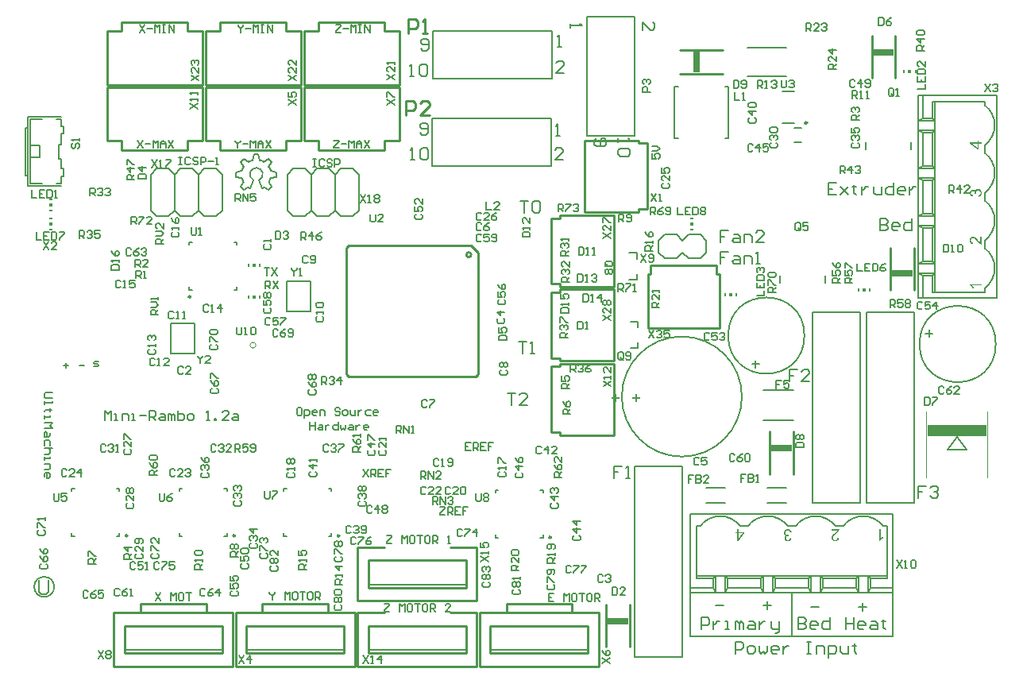
<source format=gto>
%FSLAX24Y24*%
%MOIN*%
G70*
G01*
G75*
G04 Layer_Color=65535*
%ADD10C,0.0650*%
%ADD11R,0.0402X0.0118*%
G04:AMPARAMS|DCode=12|XSize=105mil|YSize=105mil|CornerRadius=26.3mil|HoleSize=0mil|Usage=FLASHONLY|Rotation=180.000|XOffset=0mil|YOffset=0mil|HoleType=Round|Shape=RoundedRectangle|*
%AMROUNDEDRECTD12*
21,1,0.1050,0.0525,0,0,180.0*
21,1,0.0525,0.1050,0,0,180.0*
1,1,0.0525,-0.0263,0.0263*
1,1,0.0525,0.0263,0.0263*
1,1,0.0525,0.0263,-0.0263*
1,1,0.0525,-0.0263,-0.0263*
%
%ADD12ROUNDEDRECTD12*%
%ADD13C,0.0600*%
G04:AMPARAMS|DCode=14|XSize=50mil|YSize=50mil|CornerRadius=25mil|HoleSize=0mil|Usage=FLASHONLY|Rotation=90.000|XOffset=0mil|YOffset=0mil|HoleType=Round|Shape=RoundedRectangle|*
%AMROUNDEDRECTD14*
21,1,0.0500,0.0000,0,0,90.0*
21,1,0.0000,0.0500,0,0,90.0*
1,1,0.0500,0.0000,0.0000*
1,1,0.0500,0.0000,0.0000*
1,1,0.0500,0.0000,0.0000*
1,1,0.0500,0.0000,0.0000*
%
%ADD14ROUNDEDRECTD14*%
G04:AMPARAMS|DCode=15|XSize=29.1mil|YSize=39.4mil|CornerRadius=5.8mil|HoleSize=0mil|Usage=FLASHONLY|Rotation=90.000|XOffset=0mil|YOffset=0mil|HoleType=Round|Shape=RoundedRectangle|*
%AMROUNDEDRECTD15*
21,1,0.0291,0.0277,0,0,90.0*
21,1,0.0175,0.0394,0,0,90.0*
1,1,0.0117,0.0139,0.0087*
1,1,0.0117,0.0139,-0.0087*
1,1,0.0117,-0.0139,-0.0087*
1,1,0.0117,-0.0139,0.0087*
%
%ADD15ROUNDEDRECTD15*%
G04:AMPARAMS|DCode=16|XSize=29.1mil|YSize=39.4mil|CornerRadius=5.8mil|HoleSize=0mil|Usage=FLASHONLY|Rotation=180.000|XOffset=0mil|YOffset=0mil|HoleType=Round|Shape=RoundedRectangle|*
%AMROUNDEDRECTD16*
21,1,0.0291,0.0277,0,0,180.0*
21,1,0.0175,0.0394,0,0,180.0*
1,1,0.0117,-0.0087,0.0139*
1,1,0.0117,0.0087,0.0139*
1,1,0.0117,0.0087,-0.0139*
1,1,0.0117,-0.0087,-0.0139*
%
%ADD16ROUNDEDRECTD16*%
%ADD17R,0.1673X0.0465*%
G04:AMPARAMS|DCode=18|XSize=22mil|YSize=24mil|CornerRadius=4.4mil|HoleSize=0mil|Usage=FLASHONLY|Rotation=180.000|XOffset=0mil|YOffset=0mil|HoleType=Round|Shape=RoundedRectangle|*
%AMROUNDEDRECTD18*
21,1,0.0220,0.0152,0,0,180.0*
21,1,0.0132,0.0240,0,0,180.0*
1,1,0.0088,-0.0066,0.0076*
1,1,0.0088,0.0066,0.0076*
1,1,0.0088,0.0066,-0.0076*
1,1,0.0088,-0.0066,-0.0076*
%
%ADD18ROUNDEDRECTD18*%
G04:AMPARAMS|DCode=19|XSize=22mil|YSize=24mil|CornerRadius=4.4mil|HoleSize=0mil|Usage=FLASHONLY|Rotation=90.000|XOffset=0mil|YOffset=0mil|HoleType=Round|Shape=RoundedRectangle|*
%AMROUNDEDRECTD19*
21,1,0.0220,0.0152,0,0,90.0*
21,1,0.0132,0.0240,0,0,90.0*
1,1,0.0088,0.0076,0.0066*
1,1,0.0088,0.0076,-0.0066*
1,1,0.0088,-0.0076,-0.0066*
1,1,0.0088,-0.0076,0.0066*
%
%ADD19ROUNDEDRECTD19*%
G04:AMPARAMS|DCode=20|XSize=52mil|YSize=60mil|CornerRadius=13mil|HoleSize=0mil|Usage=FLASHONLY|Rotation=0.000|XOffset=0mil|YOffset=0mil|HoleType=Round|Shape=RoundedRectangle|*
%AMROUNDEDRECTD20*
21,1,0.0520,0.0340,0,0,0.0*
21,1,0.0260,0.0600,0,0,0.0*
1,1,0.0260,0.0130,-0.0170*
1,1,0.0260,-0.0130,-0.0170*
1,1,0.0260,-0.0130,0.0170*
1,1,0.0260,0.0130,0.0170*
%
%ADD20ROUNDEDRECTD20*%
G04:AMPARAMS|DCode=21|XSize=52mil|YSize=60mil|CornerRadius=13mil|HoleSize=0mil|Usage=FLASHONLY|Rotation=270.000|XOffset=0mil|YOffset=0mil|HoleType=Round|Shape=RoundedRectangle|*
%AMROUNDEDRECTD21*
21,1,0.0520,0.0340,0,0,270.0*
21,1,0.0260,0.0600,0,0,270.0*
1,1,0.0260,-0.0170,-0.0130*
1,1,0.0260,-0.0170,0.0130*
1,1,0.0260,0.0170,0.0130*
1,1,0.0260,0.0170,-0.0130*
%
%ADD21ROUNDEDRECTD21*%
%ADD22R,0.0433X0.0669*%
%ADD23R,0.0200X0.0260*%
%ADD24R,0.0543X0.0709*%
G04:AMPARAMS|DCode=25|XSize=63mil|YSize=71mil|CornerRadius=15.8mil|HoleSize=0mil|Usage=FLASHONLY|Rotation=270.000|XOffset=0mil|YOffset=0mil|HoleType=Round|Shape=RoundedRectangle|*
%AMROUNDEDRECTD25*
21,1,0.0630,0.0395,0,0,270.0*
21,1,0.0315,0.0710,0,0,270.0*
1,1,0.0315,-0.0198,-0.0158*
1,1,0.0315,-0.0198,0.0158*
1,1,0.0315,0.0198,0.0158*
1,1,0.0315,0.0198,-0.0158*
%
%ADD25ROUNDEDRECTD25*%
%ADD26R,0.0500X0.0150*%
%ADD27R,0.0790X0.0790*%
%ADD28R,0.0790X0.0790*%
%ADD29R,0.0280X0.0200*%
%ADD30R,0.0200X0.0280*%
%ADD31R,0.0360X0.0320*%
%ADD32R,0.1260X0.0630*%
%ADD33R,0.0240X0.0240*%
%ADD34R,0.0354X0.1299*%
%ADD35R,0.0420X0.0520*%
%ADD36R,0.0480X0.0480*%
%ADD37R,0.0480X0.0480*%
G04:AMPARAMS|DCode=38|XSize=40mil|YSize=40mil|CornerRadius=20mil|HoleSize=0mil|Usage=FLASHONLY|Rotation=0.000|XOffset=0mil|YOffset=0mil|HoleType=Round|Shape=RoundedRectangle|*
%AMROUNDEDRECTD38*
21,1,0.0400,0.0000,0,0,0.0*
21,1,0.0000,0.0400,0,0,0.0*
1,1,0.0400,0.0000,0.0000*
1,1,0.0400,0.0000,0.0000*
1,1,0.0400,0.0000,0.0000*
1,1,0.0400,0.0000,0.0000*
%
%ADD38ROUNDEDRECTD38*%
%ADD39R,0.0236X0.1319*%
%ADD40R,0.1370X0.1370*%
G04:AMPARAMS|DCode=41|XSize=11mil|YSize=31.5mil|CornerRadius=4.4mil|HoleSize=0mil|Usage=FLASHONLY|Rotation=0.000|XOffset=0mil|YOffset=0mil|HoleType=Round|Shape=RoundedRectangle|*
%AMROUNDEDRECTD41*
21,1,0.0110,0.0227,0,0,0.0*
21,1,0.0022,0.0315,0,0,0.0*
1,1,0.0088,0.0011,-0.0113*
1,1,0.0088,-0.0011,-0.0113*
1,1,0.0088,-0.0011,0.0113*
1,1,0.0088,0.0011,0.0113*
%
%ADD41ROUNDEDRECTD41*%
G04:AMPARAMS|DCode=42|XSize=11mil|YSize=31.5mil|CornerRadius=4.4mil|HoleSize=0mil|Usage=FLASHONLY|Rotation=270.000|XOffset=0mil|YOffset=0mil|HoleType=Round|Shape=RoundedRectangle|*
%AMROUNDEDRECTD42*
21,1,0.0110,0.0227,0,0,270.0*
21,1,0.0022,0.0315,0,0,270.0*
1,1,0.0088,-0.0113,-0.0011*
1,1,0.0088,-0.0113,0.0011*
1,1,0.0088,0.0113,0.0011*
1,1,0.0088,0.0113,-0.0011*
%
%ADD42ROUNDEDRECTD42*%
%ADD43R,0.1370X0.1370*%
%ADD44R,0.0120X0.0600*%
%ADD45R,0.0600X0.0120*%
%ADD46R,0.1970X0.1700*%
%ADD47R,0.0280X0.0560*%
%ADD48C,0.0080*%
%ADD49C,0.0070*%
%ADD50C,0.0200*%
%ADD51C,0.0240*%
%ADD52C,0.0100*%
%ADD53C,0.0500*%
%ADD54C,0.0400*%
%ADD55C,0.0120*%
%ADD56C,0.0160*%
%ADD57C,0.0250*%
%ADD58C,0.0600*%
%ADD59C,0.0320*%
%ADD60R,0.0551X0.0472*%
%ADD61R,0.1929X0.1457*%
%ADD62R,0.1575X0.0984*%
%ADD63R,0.1299X0.1063*%
%ADD64C,0.0800*%
%ADD65P,0.0671X8X22.5*%
G04:AMPARAMS|DCode=66|XSize=140mil|YSize=200mil|CornerRadius=0mil|HoleSize=0mil|Usage=FLASHONLY|Rotation=90.000|XOffset=0mil|YOffset=0mil|HoleType=Round|Shape=Octagon|*
%AMOCTAGOND66*
4,1,8,-0.1000,-0.0350,-0.1000,0.0350,-0.0650,0.0700,0.0650,0.0700,0.1000,0.0350,0.1000,-0.0350,0.0650,-0.0700,-0.0650,-0.0700,-0.1000,-0.0350,0.0*
%
%ADD66OCTAGOND66*%

G04:AMPARAMS|DCode=67|XSize=133.9mil|YSize=200mil|CornerRadius=0mil|HoleSize=0mil|Usage=FLASHONLY|Rotation=90.000|XOffset=0mil|YOffset=0mil|HoleType=Round|Shape=Octagon|*
%AMOCTAGOND67*
4,1,8,-0.1000,-0.0335,-0.1000,0.0335,-0.0665,0.0669,0.0665,0.0669,0.1000,0.0335,0.1000,-0.0335,0.0665,-0.0669,-0.0665,-0.0669,-0.1000,-0.0335,0.0*
%
%ADD67OCTAGOND67*%

%ADD68C,0.0840*%
%ADD69P,0.0909X8X22.5*%
%ADD70P,0.0909X8X112.5*%
%ADD71O,0.0825X0.1650*%
%ADD72O,0.1650X0.0825*%
%ADD73O,0.0600X0.1200*%
%ADD74C,0.1000*%
%ADD75C,0.0540*%
%ADD76C,0.1305*%
%ADD77R,0.0591X0.0591*%
%ADD78O,0.1024X0.0591*%
%ADD79C,0.0591*%
%ADD80O,0.1200X0.0600*%
%ADD81P,0.0758X8X292.5*%
%ADD82R,0.0591X0.0591*%
%ADD83C,0.0300*%
%ADD84C,0.0500*%
%ADD85C,0.0320*%
%ADD86C,0.0400*%
%ADD87C,0.1421*%
%ADD88C,0.0390*%
%ADD89C,0.0640*%
G04:AMPARAMS|DCode=90|XSize=98mil|YSize=98mil|CornerRadius=0mil|HoleSize=0mil|Usage=FLASHONLY|Rotation=0.000|XOffset=0mil|YOffset=0mil|HoleType=Round|Shape=Relief|Width=10mil|Gap=10mil|Entries=4|*
%AMTHD90*
7,0,0,0.0980,0.0780,0.0100,45*
%
%ADD90THD90*%
%ADD91C,0.0620*%
%ADD92C,0.1240*%
G04:AMPARAMS|DCode=93|XSize=100mil|YSize=100mil|CornerRadius=0mil|HoleSize=0mil|Usage=FLASHONLY|Rotation=0.000|XOffset=0mil|YOffset=0mil|HoleType=Round|Shape=Relief|Width=10mil|Gap=10mil|Entries=4|*
%AMTHD93*
7,0,0,0.1000,0.0800,0.0100,45*
%
%ADD93THD93*%
G04:AMPARAMS|DCode=94|XSize=115mil|YSize=115mil|CornerRadius=0mil|HoleSize=0mil|Usage=FLASHONLY|Rotation=0.000|XOffset=0mil|YOffset=0mil|HoleType=Round|Shape=Relief|Width=10mil|Gap=10mil|Entries=4|*
%AMTHD94*
7,0,0,0.1150,0.0950,0.0100,45*
%
%ADD94THD94*%
%ADD95C,0.0790*%
%ADD96C,0.1110*%
%ADD97C,0.0594*%
G04:AMPARAMS|DCode=98|XSize=95.433mil|YSize=95.433mil|CornerRadius=0mil|HoleSize=0mil|Usage=FLASHONLY|Rotation=0.000|XOffset=0mil|YOffset=0mil|HoleType=Round|Shape=Relief|Width=10mil|Gap=10mil|Entries=4|*
%AMTHD98*
7,0,0,0.0954,0.0754,0.0100,45*
%
%ADD98THD98*%
%ADD99C,0.0830*%
%ADD100C,0.0520*%
%ADD101C,0.1400*%
%ADD102C,0.1300*%
%ADD103C,0.1040*%
%ADD104C,0.0800*%
%ADD105R,0.3622X0.4331*%
%ADD106R,0.3583X0.4284*%
%ADD107R,0.3425X0.4284*%
%ADD108R,0.4094X0.4331*%
G04:AMPARAMS|DCode=109|XSize=50mil|YSize=50mil|CornerRadius=25mil|HoleSize=0mil|Usage=FLASHONLY|Rotation=180.000|XOffset=0mil|YOffset=0mil|HoleType=Round|Shape=RoundedRectangle|*
%AMROUNDEDRECTD109*
21,1,0.0500,0.0000,0,0,180.0*
21,1,0.0000,0.0500,0,0,180.0*
1,1,0.0500,0.0000,0.0000*
1,1,0.0500,0.0000,0.0000*
1,1,0.0500,0.0000,0.0000*
1,1,0.0500,0.0000,0.0000*
%
%ADD109ROUNDEDRECTD109*%
G04:AMPARAMS|DCode=110|XSize=46mil|YSize=63mil|CornerRadius=11.5mil|HoleSize=0mil|Usage=FLASHONLY|Rotation=90.000|XOffset=0mil|YOffset=0mil|HoleType=Round|Shape=RoundedRectangle|*
%AMROUNDEDRECTD110*
21,1,0.0460,0.0400,0,0,90.0*
21,1,0.0230,0.0630,0,0,90.0*
1,1,0.0230,0.0200,0.0115*
1,1,0.0230,0.0200,-0.0115*
1,1,0.0230,-0.0200,-0.0115*
1,1,0.0230,-0.0200,0.0115*
%
%ADD110ROUNDEDRECTD110*%
%ADD111C,0.0098*%
%ADD112C,0.0050*%
%ADD113C,0.0060*%
%ADD114C,0.0000*%
%ADD115C,0.0079*%
%ADD116C,0.0040*%
%ADD117R,0.0295X0.0879*%
%ADD118R,0.0879X0.0295*%
%ADD119R,0.2450X0.0492*%
%ADD120R,0.0119X0.0120*%
%ADD121R,0.0060X0.0120*%
%ADD122R,0.0059X0.0120*%
%ADD123R,0.0120X0.0119*%
%ADD124R,0.0120X0.0060*%
%ADD125R,0.0120X0.0059*%
G36*
X49941Y32277D02*
X50060D01*
Y32215D01*
X49941D01*
Y32000D01*
X49885D01*
X49564Y32227D01*
Y32277D01*
X49885D01*
Y32344D01*
X49941D01*
Y32277D01*
D02*
G37*
G36*
X34720Y21572D02*
X34856D01*
Y21515D01*
X34720D01*
Y21379D01*
X34663D01*
Y21515D01*
X34528D01*
Y21572D01*
X34663D01*
Y21707D01*
X34720D01*
Y21572D01*
D02*
G37*
G36*
X49924Y30324D02*
X49930Y30323D01*
X49936Y30322D01*
X49944Y30321D01*
X49951Y30318D01*
X49969Y30313D01*
X49978Y30309D01*
X49987Y30304D01*
X49997Y30299D01*
X50006Y30293D01*
X50015Y30285D01*
X50024Y30277D01*
X50024Y30276D01*
X50026Y30274D01*
X50027Y30272D01*
X50031Y30268D01*
X50034Y30264D01*
X50038Y30258D01*
X50042Y30251D01*
X50046Y30244D01*
X50050Y30236D01*
X50054Y30227D01*
X50058Y30217D01*
X50062Y30206D01*
X50065Y30195D01*
X50066Y30183D01*
X50068Y30170D01*
X50068Y30157D01*
Y30156D01*
Y30154D01*
Y30151D01*
X50068Y30147D01*
X50067Y30141D01*
X50066Y30135D01*
X50065Y30127D01*
X50064Y30119D01*
X50059Y30102D01*
X50052Y30084D01*
X50048Y30075D01*
X50043Y30067D01*
X50037Y30057D01*
X50030Y30049D01*
X50029Y30048D01*
X50028Y30048D01*
X50026Y30045D01*
X50023Y30042D01*
X50018Y30039D01*
X50014Y30036D01*
X50009Y30031D01*
X50003Y30027D01*
X49987Y30018D01*
X49970Y30011D01*
X49950Y30004D01*
X49940Y30002D01*
X49928Y30000D01*
X49920Y30061D01*
X49921D01*
X49922Y30062D01*
X49925D01*
X49928Y30064D01*
X49938Y30066D01*
X49949Y30070D01*
X49961Y30074D01*
X49974Y30080D01*
X49985Y30088D01*
X49995Y30096D01*
X49996Y30098D01*
X49999Y30101D01*
X50002Y30106D01*
X50006Y30113D01*
X50010Y30122D01*
X50014Y30132D01*
X50017Y30144D01*
X50018Y30157D01*
Y30158D01*
Y30160D01*
Y30162D01*
X50017Y30165D01*
X50016Y30172D01*
X50014Y30182D01*
X50010Y30194D01*
X50006Y30206D01*
X49998Y30218D01*
X49988Y30230D01*
X49987Y30231D01*
X49983Y30234D01*
X49977Y30239D01*
X49968Y30245D01*
X49957Y30250D01*
X49944Y30255D01*
X49930Y30258D01*
X49914Y30259D01*
X49910D01*
X49907Y30259D01*
X49900Y30258D01*
X49890Y30256D01*
X49879Y30252D01*
X49867Y30247D01*
X49856Y30240D01*
X49845Y30231D01*
X49844Y30230D01*
X49841Y30227D01*
X49837Y30221D01*
X49832Y30212D01*
X49826Y30203D01*
X49823Y30191D01*
X49820Y30178D01*
X49818Y30163D01*
Y30162D01*
Y30160D01*
Y30156D01*
X49819Y30150D01*
X49820Y30144D01*
X49820Y30137D01*
X49822Y30129D01*
X49824Y30119D01*
X49770Y30126D01*
Y30127D01*
Y30130D01*
X49771Y30133D01*
Y30136D01*
Y30137D01*
Y30138D01*
Y30140D01*
Y30143D01*
X49770Y30150D01*
X49769Y30160D01*
X49767Y30170D01*
X49763Y30181D01*
X49758Y30194D01*
X49752Y30206D01*
X49751Y30207D01*
X49748Y30211D01*
X49742Y30215D01*
X49736Y30222D01*
X49727Y30228D01*
X49717Y30232D01*
X49704Y30236D01*
X49689Y30237D01*
X49684D01*
X49677Y30236D01*
X49669Y30234D01*
X49661Y30232D01*
X49652Y30228D01*
X49642Y30222D01*
X49634Y30215D01*
X49633Y30214D01*
X49630Y30211D01*
X49626Y30206D01*
X49622Y30199D01*
X49618Y30191D01*
X49615Y30181D01*
X49612Y30169D01*
X49611Y30156D01*
Y30156D01*
Y30155D01*
Y30150D01*
X49612Y30144D01*
X49614Y30136D01*
X49616Y30126D01*
X49621Y30116D01*
X49626Y30107D01*
X49634Y30097D01*
X49634Y30096D01*
X49637Y30093D01*
X49643Y30089D01*
X49650Y30085D01*
X49659Y30079D01*
X49671Y30075D01*
X49684Y30070D01*
X49700Y30067D01*
X49690Y30006D01*
X49689D01*
X49687Y30007D01*
X49684Y30008D01*
X49680Y30008D01*
X49674Y30010D01*
X49668Y30011D01*
X49655Y30017D01*
X49640Y30023D01*
X49624Y30032D01*
X49609Y30042D01*
X49595Y30056D01*
X49594Y30057D01*
X49594Y30057D01*
X49592Y30060D01*
X49590Y30064D01*
X49587Y30067D01*
X49584Y30072D01*
X49578Y30083D01*
X49572Y30098D01*
X49566Y30115D01*
X49563Y30134D01*
X49561Y30144D01*
Y30155D01*
Y30156D01*
Y30156D01*
Y30159D01*
Y30162D01*
X49562Y30169D01*
X49563Y30179D01*
X49566Y30191D01*
X49569Y30203D01*
X49573Y30216D01*
X49579Y30229D01*
Y30230D01*
X49580Y30231D01*
X49582Y30235D01*
X49586Y30241D01*
X49591Y30249D01*
X49598Y30257D01*
X49606Y30266D01*
X49616Y30274D01*
X49627Y30282D01*
X49628Y30283D01*
X49632Y30285D01*
X49638Y30288D01*
X49646Y30291D01*
X49656Y30294D01*
X49666Y30297D01*
X49677Y30299D01*
X49690Y30300D01*
X49696D01*
X49702Y30299D01*
X49709Y30298D01*
X49718Y30296D01*
X49728Y30293D01*
X49739Y30289D01*
X49749Y30283D01*
X49750Y30282D01*
X49753Y30280D01*
X49758Y30275D01*
X49764Y30270D01*
X49770Y30262D01*
X49777Y30254D01*
X49785Y30243D01*
X49791Y30231D01*
Y30232D01*
X49792Y30234D01*
Y30236D01*
X49793Y30239D01*
X49795Y30246D01*
X49800Y30256D01*
X49805Y30267D01*
X49813Y30278D01*
X49822Y30290D01*
X49833Y30299D01*
X49835Y30300D01*
X49839Y30303D01*
X49846Y30307D01*
X49855Y30312D01*
X49866Y30317D01*
X49880Y30321D01*
X49896Y30324D01*
X49913Y30324D01*
X49919D01*
X49924Y30324D01*
D02*
G37*
G36*
X50060Y26272D02*
X49671D01*
X49672Y26271D01*
X49675Y26268D01*
X49679Y26263D01*
X49684Y26256D01*
X49691Y26248D01*
X49698Y26238D01*
X49706Y26226D01*
X49714Y26214D01*
Y26213D01*
X49715Y26212D01*
X49718Y26207D01*
X49721Y26201D01*
X49726Y26192D01*
X49731Y26183D01*
X49736Y26172D01*
X49741Y26161D01*
X49745Y26150D01*
X49686D01*
Y26151D01*
X49685Y26152D01*
X49684Y26155D01*
X49681Y26158D01*
X49679Y26163D01*
X49677Y26168D01*
X49670Y26180D01*
X49662Y26194D01*
X49652Y26209D01*
X49640Y26224D01*
X49628Y26238D01*
X49628Y26239D01*
X49627Y26240D01*
X49622Y26244D01*
X49615Y26251D01*
X49607Y26260D01*
X49597Y26269D01*
X49585Y26278D01*
X49573Y26286D01*
X49561Y26293D01*
Y26333D01*
X50060D01*
Y26272D01*
D02*
G37*
G36*
Y28001D02*
X50052D01*
X50046Y28002D01*
X50040Y28002D01*
X50034Y28003D01*
X50026Y28005D01*
X50018Y28008D01*
X50018D01*
X50017Y28008D01*
X50012Y28010D01*
X50006Y28013D01*
X49997Y28017D01*
X49987Y28023D01*
X49976Y28030D01*
X49965Y28038D01*
X49953Y28048D01*
X49952D01*
X49951Y28049D01*
X49947Y28053D01*
X49940Y28059D01*
X49931Y28068D01*
X49920Y28079D01*
X49907Y28093D01*
X49893Y28110D01*
X49877Y28128D01*
X49876Y28129D01*
X49874Y28132D01*
X49871Y28135D01*
X49866Y28141D01*
X49860Y28147D01*
X49854Y28155D01*
X49839Y28172D01*
X49822Y28190D01*
X49804Y28208D01*
X49796Y28217D01*
X49788Y28225D01*
X49780Y28231D01*
X49772Y28237D01*
X49771D01*
X49770Y28239D01*
X49768Y28240D01*
X49765Y28242D01*
X49758Y28246D01*
X49748Y28252D01*
X49736Y28257D01*
X49724Y28262D01*
X49711Y28265D01*
X49698Y28266D01*
X49696D01*
X49692Y28265D01*
X49685Y28265D01*
X49677Y28263D01*
X49667Y28259D01*
X49657Y28255D01*
X49646Y28249D01*
X49637Y28240D01*
X49636Y28238D01*
X49633Y28235D01*
X49629Y28229D01*
X49624Y28222D01*
X49619Y28212D01*
X49615Y28200D01*
X49612Y28187D01*
X49612Y28172D01*
Y28171D01*
Y28169D01*
Y28167D01*
X49612Y28164D01*
X49613Y28156D01*
X49615Y28147D01*
X49619Y28135D01*
X49623Y28123D01*
X49630Y28112D01*
X49639Y28101D01*
X49640Y28101D01*
X49643Y28098D01*
X49649Y28093D01*
X49658Y28088D01*
X49668Y28083D01*
X49680Y28079D01*
X49695Y28076D01*
X49711Y28075D01*
X49705Y28012D01*
X49702D01*
X49698Y28013D01*
X49693Y28014D01*
X49687Y28015D01*
X49680Y28016D01*
X49665Y28020D01*
X49648Y28026D01*
X49631Y28035D01*
X49613Y28046D01*
X49606Y28052D01*
X49598Y28060D01*
X49597Y28060D01*
X49597Y28062D01*
X49594Y28064D01*
X49592Y28067D01*
X49590Y28072D01*
X49586Y28077D01*
X49583Y28083D01*
X49579Y28090D01*
X49576Y28098D01*
X49572Y28106D01*
X49569Y28116D01*
X49567Y28126D01*
X49563Y28148D01*
X49562Y28160D01*
X49561Y28173D01*
Y28174D01*
Y28176D01*
Y28180D01*
X49562Y28185D01*
X49563Y28191D01*
X49563Y28198D01*
X49564Y28206D01*
X49566Y28214D01*
X49571Y28232D01*
X49578Y28251D01*
X49582Y28261D01*
X49587Y28270D01*
X49594Y28278D01*
X49601Y28287D01*
X49602Y28287D01*
X49603Y28288D01*
X49605Y28290D01*
X49608Y28293D01*
X49612Y28296D01*
X49617Y28300D01*
X49628Y28308D01*
X49643Y28315D01*
X49659Y28322D01*
X49678Y28327D01*
X49689Y28328D01*
X49699Y28329D01*
X49705D01*
X49711Y28328D01*
X49718Y28327D01*
X49727Y28326D01*
X49737Y28324D01*
X49748Y28321D01*
X49758Y28316D01*
X49760Y28315D01*
X49764Y28314D01*
X49769Y28311D01*
X49777Y28306D01*
X49786Y28301D01*
X49796Y28294D01*
X49807Y28285D01*
X49819Y28275D01*
X49820Y28274D01*
X49825Y28270D01*
X49832Y28263D01*
X49836Y28259D01*
X49842Y28253D01*
X49848Y28247D01*
X49854Y28240D01*
X49861Y28232D01*
X49869Y28224D01*
X49878Y28215D01*
X49887Y28204D01*
X49896Y28194D01*
X49907Y28181D01*
X49907Y28181D01*
X49909Y28179D01*
X49911Y28176D01*
X49914Y28172D01*
X49922Y28163D01*
X49931Y28152D01*
X49942Y28141D01*
X49953Y28129D01*
X49962Y28119D01*
X49966Y28115D01*
X49969Y28111D01*
X49970Y28110D01*
X49972Y28109D01*
X49975Y28106D01*
X49980Y28102D01*
X49990Y28094D01*
X50002Y28085D01*
Y28330D01*
X50060D01*
Y28001D01*
D02*
G37*
G36*
X39871Y15928D02*
X40087D01*
Y15872D01*
X39860Y15551D01*
X39810D01*
Y15872D01*
X39743D01*
Y15928D01*
X39810D01*
Y16047D01*
X39871D01*
Y15928D01*
D02*
G37*
G36*
X35586Y21572D02*
X35722D01*
Y21515D01*
X35586D01*
Y21379D01*
X35529D01*
Y21515D01*
X35394D01*
Y21572D01*
X35529D01*
Y21707D01*
X35586D01*
Y21572D01*
D02*
G37*
G36*
X41940Y16054D02*
X41946Y16054D01*
X41952Y16053D01*
X41960Y16052D01*
X41967Y16051D01*
X41985Y16046D01*
X42003Y16039D01*
X42012Y16035D01*
X42020Y16029D01*
X42029Y16023D01*
X42037Y16017D01*
X42038Y16016D01*
X42039Y16015D01*
X42041Y16013D01*
X42044Y16010D01*
X42047Y16005D01*
X42051Y16001D01*
X42056Y15995D01*
X42059Y15989D01*
X42068Y15974D01*
X42076Y15957D01*
X42083Y15937D01*
X42085Y15927D01*
X42087Y15915D01*
X42025Y15907D01*
Y15908D01*
X42025Y15909D01*
Y15912D01*
X42023Y15915D01*
X42021Y15924D01*
X42017Y15936D01*
X42013Y15948D01*
X42006Y15961D01*
X41999Y15972D01*
X41991Y15982D01*
X41989Y15983D01*
X41986Y15986D01*
X41981Y15989D01*
X41973Y15993D01*
X41965Y15997D01*
X41954Y16001D01*
X41942Y16004D01*
X41929Y16005D01*
X41925D01*
X41922Y16004D01*
X41914Y16003D01*
X41904Y16001D01*
X41892Y15997D01*
X41880Y15992D01*
X41868Y15985D01*
X41857Y15975D01*
X41855Y15974D01*
X41852Y15970D01*
X41848Y15964D01*
X41842Y15955D01*
X41836Y15944D01*
X41832Y15931D01*
X41829Y15917D01*
X41827Y15901D01*
Y15900D01*
Y15899D01*
Y15897D01*
X41828Y15894D01*
X41829Y15887D01*
X41831Y15877D01*
X41834Y15866D01*
X41839Y15854D01*
X41846Y15843D01*
X41855Y15832D01*
X41857Y15831D01*
X41860Y15828D01*
X41866Y15824D01*
X41874Y15819D01*
X41884Y15813D01*
X41896Y15809D01*
X41909Y15806D01*
X41924Y15805D01*
X41931D01*
X41936Y15806D01*
X41942Y15806D01*
X41950Y15807D01*
X41958Y15809D01*
X41967Y15811D01*
X41960Y15757D01*
X41957D01*
X41954Y15758D01*
X41944D01*
X41937Y15757D01*
X41927Y15756D01*
X41917Y15754D01*
X41905Y15750D01*
X41893Y15745D01*
X41881Y15738D01*
X41879Y15738D01*
X41876Y15735D01*
X41871Y15729D01*
X41865Y15723D01*
X41859Y15714D01*
X41855Y15704D01*
X41851Y15691D01*
X41849Y15676D01*
Y15675D01*
Y15674D01*
Y15670D01*
X41851Y15664D01*
X41852Y15656D01*
X41855Y15648D01*
X41859Y15639D01*
X41864Y15629D01*
X41872Y15620D01*
X41873Y15620D01*
X41876Y15617D01*
X41881Y15613D01*
X41888Y15609D01*
X41896Y15605D01*
X41906Y15602D01*
X41917Y15599D01*
X41930Y15598D01*
X41936D01*
X41943Y15599D01*
X41951Y15601D01*
X41960Y15603D01*
X41970Y15608D01*
X41980Y15613D01*
X41990Y15620D01*
X41991Y15621D01*
X41994Y15624D01*
X41997Y15630D01*
X42002Y15637D01*
X42007Y15646D01*
X42012Y15658D01*
X42016Y15671D01*
X42019Y15687D01*
X42081Y15676D01*
Y15676D01*
X42080Y15673D01*
X42079Y15670D01*
X42078Y15667D01*
X42077Y15661D01*
X42075Y15655D01*
X42070Y15642D01*
X42064Y15627D01*
X42055Y15611D01*
X42044Y15596D01*
X42031Y15582D01*
X42030Y15581D01*
X42029Y15580D01*
X42027Y15579D01*
X42023Y15577D01*
X42019Y15574D01*
X42015Y15571D01*
X42003Y15565D01*
X41989Y15558D01*
X41972Y15553D01*
X41953Y15549D01*
X41942Y15548D01*
X41925D01*
X41917Y15549D01*
X41907Y15550D01*
X41896Y15552D01*
X41883Y15555D01*
X41870Y15560D01*
X41858Y15566D01*
X41857D01*
X41856Y15567D01*
X41852Y15569D01*
X41845Y15573D01*
X41838Y15578D01*
X41830Y15585D01*
X41821Y15593D01*
X41812Y15603D01*
X41805Y15614D01*
X41804Y15615D01*
X41802Y15619D01*
X41799Y15625D01*
X41796Y15633D01*
X41793Y15642D01*
X41790Y15653D01*
X41787Y15664D01*
X41786Y15677D01*
Y15679D01*
Y15682D01*
X41787Y15689D01*
X41789Y15696D01*
X41791Y15705D01*
X41794Y15715D01*
X41798Y15726D01*
X41804Y15735D01*
X41805Y15737D01*
X41807Y15740D01*
X41811Y15744D01*
X41817Y15750D01*
X41824Y15757D01*
X41833Y15764D01*
X41843Y15772D01*
X41855Y15778D01*
X41855D01*
X41853Y15778D01*
X41851D01*
X41848Y15780D01*
X41840Y15782D01*
X41830Y15787D01*
X41820Y15792D01*
X41808Y15800D01*
X41797Y15809D01*
X41787Y15820D01*
X41786Y15822D01*
X41783Y15826D01*
X41780Y15833D01*
X41774Y15842D01*
X41770Y15853D01*
X41766Y15867D01*
X41763Y15883D01*
X41762Y15900D01*
Y15901D01*
Y15903D01*
Y15906D01*
X41763Y15911D01*
X41764Y15917D01*
X41765Y15923D01*
X41766Y15930D01*
X41768Y15938D01*
X41774Y15955D01*
X41777Y15965D01*
X41783Y15974D01*
X41788Y15983D01*
X41794Y15992D01*
X41802Y16001D01*
X41810Y16011D01*
X41811Y16011D01*
X41812Y16013D01*
X41814Y16014D01*
X41818Y16017D01*
X41823Y16021D01*
X41829Y16025D01*
X41836Y16029D01*
X41842Y16032D01*
X41851Y16037D01*
X41860Y16041D01*
X41870Y16045D01*
X41880Y16048D01*
X41892Y16051D01*
X41904Y16053D01*
X41917Y16054D01*
X41929Y16055D01*
X41935D01*
X41940Y16054D01*
D02*
G37*
G36*
X45815Y15658D02*
X45816Y15659D01*
X45819Y15662D01*
X45824Y15666D01*
X45831Y15671D01*
X45839Y15678D01*
X45849Y15685D01*
X45860Y15693D01*
X45873Y15701D01*
X45874D01*
X45875Y15701D01*
X45879Y15704D01*
X45886Y15708D01*
X45894Y15713D01*
X45904Y15718D01*
X45915Y15723D01*
X45926Y15728D01*
X45937Y15732D01*
Y15673D01*
X45936D01*
X45934Y15672D01*
X45931Y15670D01*
X45928Y15668D01*
X45924Y15666D01*
X45918Y15664D01*
X45906Y15657D01*
X45893Y15648D01*
X45878Y15639D01*
X45863Y15627D01*
X45848Y15615D01*
X45847Y15614D01*
X45847Y15614D01*
X45842Y15609D01*
X45835Y15602D01*
X45827Y15594D01*
X45818Y15583D01*
X45809Y15572D01*
X45801Y15560D01*
X45794Y15548D01*
X45754D01*
Y16047D01*
X45815D01*
Y15658D01*
D02*
G37*
G36*
X44086Y16046D02*
Y16043D01*
Y16039D01*
X44085Y16033D01*
X44084Y16027D01*
X44084Y16020D01*
X44081Y16013D01*
X44079Y16005D01*
Y16005D01*
X44078Y16004D01*
X44077Y15999D01*
X44074Y15993D01*
X44069Y15984D01*
X44064Y15974D01*
X44056Y15963D01*
X44049Y15952D01*
X44039Y15940D01*
Y15939D01*
X44037Y15938D01*
X44034Y15933D01*
X44028Y15927D01*
X44019Y15918D01*
X44007Y15907D01*
X43994Y15894D01*
X43977Y15880D01*
X43959Y15864D01*
X43958Y15863D01*
X43955Y15861D01*
X43951Y15858D01*
X43946Y15853D01*
X43939Y15847D01*
X43932Y15840D01*
X43915Y15826D01*
X43897Y15809D01*
X43879Y15791D01*
X43870Y15783D01*
X43862Y15775D01*
X43855Y15766D01*
X43849Y15759D01*
Y15758D01*
X43848Y15757D01*
X43846Y15755D01*
X43845Y15752D01*
X43840Y15744D01*
X43835Y15735D01*
X43830Y15723D01*
X43825Y15711D01*
X43822Y15698D01*
X43821Y15685D01*
Y15684D01*
Y15683D01*
X43821Y15679D01*
X43822Y15672D01*
X43824Y15664D01*
X43827Y15654D01*
X43832Y15644D01*
X43838Y15633D01*
X43847Y15623D01*
X43848Y15623D01*
X43851Y15620D01*
X43858Y15616D01*
X43865Y15611D01*
X43875Y15606D01*
X43886Y15602D01*
X43900Y15599D01*
X43915Y15599D01*
X43920D01*
X43923Y15599D01*
X43930Y15600D01*
X43940Y15602D01*
X43951Y15605D01*
X43963Y15610D01*
X43975Y15617D01*
X43985Y15626D01*
X43986Y15627D01*
X43989Y15630D01*
X43994Y15636D01*
X43998Y15645D01*
X44003Y15655D01*
X44007Y15667D01*
X44010Y15682D01*
X44012Y15698D01*
X44075Y15692D01*
Y15691D01*
Y15689D01*
X44074Y15685D01*
X44073Y15680D01*
X44071Y15674D01*
X44071Y15667D01*
X44066Y15652D01*
X44060Y15635D01*
X44052Y15617D01*
X44040Y15600D01*
X44034Y15592D01*
X44027Y15585D01*
X44026Y15584D01*
X44025Y15583D01*
X44022Y15581D01*
X44019Y15579D01*
X44015Y15577D01*
X44009Y15573D01*
X44003Y15570D01*
X43997Y15566D01*
X43989Y15563D01*
X43981Y15559D01*
X43971Y15556D01*
X43961Y15554D01*
X43938Y15549D01*
X43926Y15549D01*
X43913Y15548D01*
X43907D01*
X43901Y15549D01*
X43895Y15549D01*
X43889Y15550D01*
X43881Y15551D01*
X43873Y15553D01*
X43855Y15558D01*
X43836Y15565D01*
X43826Y15569D01*
X43817Y15574D01*
X43808Y15581D01*
X43800Y15588D01*
X43799Y15589D01*
X43799Y15589D01*
X43796Y15592D01*
X43793Y15595D01*
X43790Y15599D01*
X43786Y15604D01*
X43779Y15615D01*
X43771Y15630D01*
X43765Y15646D01*
X43759Y15665D01*
X43759Y15676D01*
X43758Y15686D01*
Y15688D01*
Y15692D01*
X43759Y15698D01*
X43759Y15705D01*
X43761Y15714D01*
X43763Y15724D01*
X43766Y15735D01*
X43771Y15745D01*
X43771Y15747D01*
X43773Y15750D01*
X43776Y15756D01*
X43780Y15763D01*
X43786Y15772D01*
X43793Y15783D01*
X43802Y15794D01*
X43811Y15806D01*
X43813Y15807D01*
X43817Y15812D01*
X43824Y15819D01*
X43828Y15823D01*
X43833Y15828D01*
X43839Y15834D01*
X43847Y15841D01*
X43855Y15848D01*
X43863Y15856D01*
X43872Y15865D01*
X43882Y15874D01*
X43893Y15883D01*
X43905Y15893D01*
X43906Y15894D01*
X43907Y15896D01*
X43910Y15898D01*
X43914Y15901D01*
X43923Y15908D01*
X43935Y15918D01*
X43946Y15929D01*
X43958Y15940D01*
X43968Y15949D01*
X43972Y15952D01*
X43975Y15956D01*
X43976Y15957D01*
X43978Y15959D01*
X43981Y15962D01*
X43985Y15967D01*
X43993Y15977D01*
X44001Y15989D01*
X43757D01*
Y16047D01*
X44086D01*
Y16046D01*
D02*
G37*
%LPC*%
G36*
X40027Y15872D02*
X39871D01*
Y15650D01*
X40027Y15872D01*
D02*
G37*
G36*
X49885Y32215D02*
X49663D01*
X49885Y32060D01*
Y32215D01*
D02*
G37*
%LPD*%
D48*
X19740Y30696D02*
G03*
X19500Y30696I-120J245D01*
G01*
X19010Y30786D02*
G03*
X19090Y30606I596J157D01*
G01*
Y31266D02*
G03*
X19010Y31086I505J-332D01*
G01*
X19470Y31536D02*
G03*
X19300Y31466I142J-587D01*
G01*
X19940Y31466D02*
G03*
X19760Y31546I-346J-535D01*
G01*
X20240Y31086D02*
G03*
X20150Y31266I-561J-168D01*
G01*
Y30606D02*
G03*
X20230Y30806I-535J330D01*
G01*
X38508Y27663D02*
Y28163D01*
X36758Y27413D02*
X37258D01*
X36508Y27663D02*
X36758Y27413D01*
X36508Y28163D02*
X36758Y28413D01*
X36508Y27663D02*
Y28163D01*
X37508Y27663D02*
X37758Y27413D01*
X38258D01*
X38508Y27663D01*
X38258Y28413D02*
X38508Y28163D01*
X37758Y28413D02*
X38258D01*
X37508Y28163D02*
X37758Y28413D01*
X37258Y27413D02*
X37508Y27663D01*
X37258Y28413D02*
X37508Y28163D01*
X36758Y28413D02*
X37258D01*
X35644Y24528D02*
Y24764D01*
X35325D02*
X35644D01*
Y23653D02*
Y23893D01*
X35325Y23653D02*
X35644D01*
X35595Y27402D02*
Y27638D01*
X35276D02*
X35595D01*
Y26527D02*
Y26767D01*
X35276Y26527D02*
X35595D01*
X48622Y19386D02*
X49416D01*
X48622D02*
X49016Y19933D01*
X49416Y19386D01*
X19350Y30356D02*
X19500Y30696D01*
X19280Y30396D02*
X19350Y30356D01*
X19100Y30276D02*
X19280Y30396D01*
X18960Y30416D02*
X19100Y30276D01*
X18960Y30416D02*
X19080Y30596D01*
X18780Y30836D02*
X19000Y30796D01*
X18780Y30836D02*
Y31036D01*
X19010Y31076D01*
X18960Y31456D02*
X19090Y31266D01*
X18960Y31456D02*
X19100Y31596D01*
X19290Y31466D01*
X19470Y31536D02*
X19520Y31776D01*
X19710D01*
X19760Y31536D01*
X19940Y31466D02*
X20140Y31596D01*
X20280Y31456D01*
X20140Y31266D02*
X20280Y31456D01*
X20230Y31076D02*
X20450Y31036D01*
Y30836D02*
Y31036D01*
X20230Y30796D02*
X20450Y30836D01*
X20150Y30596D02*
X20280Y30416D01*
X20140Y30276D02*
X20280Y30416D01*
X19960Y30396D02*
X20140Y30276D01*
X19880Y30356D02*
X19960Y30396D01*
X19740Y30696D02*
X19880Y30356D01*
X43509Y26398D02*
Y26683D01*
X41614Y26398D02*
Y26683D01*
X45197Y31988D02*
Y32274D01*
X47092Y31988D02*
Y32274D01*
X34979Y18689D02*
X34646D01*
Y18439D01*
X34812D01*
X34646D01*
Y18189D01*
X35146D02*
X35312D01*
X35229D01*
Y18689D01*
X35146Y18606D01*
X42341Y22744D02*
X42008D01*
Y22494D01*
X42174D01*
X42008D01*
Y22244D01*
X42841D02*
X42508D01*
X42841Y22577D01*
Y22661D01*
X42758Y22744D01*
X42591D01*
X42508Y22661D01*
X47735Y17862D02*
X47402D01*
Y17612D01*
X47568D01*
X47402D01*
Y17362D01*
X47901Y17779D02*
X47985Y17862D01*
X48151D01*
X48235Y17779D01*
Y17695D01*
X48151Y17612D01*
X48068D01*
X48151D01*
X48235Y17529D01*
Y17446D01*
X48151Y17362D01*
X47985D01*
X47901Y17446D01*
X42900Y12800D02*
X43233D01*
X44899D02*
X45233D01*
X45066Y12967D02*
Y12633D01*
X38900Y12850D02*
X39233D01*
X40899D02*
X41233D01*
X41066Y13017D02*
Y12683D01*
X30157Y21760D02*
X30491D01*
X30324D01*
Y21260D01*
X30991D02*
X30657D01*
X30991Y21593D01*
Y21676D01*
X30907Y21760D01*
X30741D01*
X30657Y21676D01*
X30630Y23925D02*
X30963D01*
X30797D01*
Y23425D01*
X31130D02*
X31296D01*
X31213D01*
Y23925D01*
X31130Y23842D01*
X30709Y29831D02*
X31042D01*
X30875D01*
Y29331D01*
X31209Y29747D02*
X31292Y29831D01*
X31458D01*
X31542Y29747D01*
Y29414D01*
X31458Y29331D01*
X31292D01*
X31209Y29414D01*
Y29747D01*
X45787Y29083D02*
Y28583D01*
X46037D01*
X46121Y28666D01*
Y28749D01*
X46037Y28833D01*
X45787D01*
X46037D01*
X46121Y28916D01*
Y28999D01*
X46037Y29083D01*
X45787D01*
X46537Y28583D02*
X46371D01*
X46287Y28666D01*
Y28833D01*
X46371Y28916D01*
X46537D01*
X46620Y28833D01*
Y28749D01*
X46287D01*
X47120Y29083D02*
Y28583D01*
X46870D01*
X46787Y28666D01*
Y28833D01*
X46870Y28916D01*
X47120D01*
X43955Y30579D02*
X43622D01*
Y30079D01*
X43955D01*
X43622Y30329D02*
X43789D01*
X44122Y30412D02*
X44455Y30079D01*
X44289Y30245D01*
X44455Y30412D01*
X44122Y30079D01*
X44705Y30495D02*
Y30412D01*
X44622D01*
X44788D01*
X44705D01*
Y30162D01*
X44788Y30079D01*
X45038Y30412D02*
Y30079D01*
Y30245D01*
X45122Y30329D01*
X45205Y30412D01*
X45288D01*
X45538D02*
Y30162D01*
X45621Y30079D01*
X45871D01*
Y30412D01*
X46371Y30579D02*
Y30079D01*
X46121D01*
X46038Y30162D01*
Y30329D01*
X46121Y30412D01*
X46371D01*
X46788Y30079D02*
X46621D01*
X46538Y30162D01*
Y30329D01*
X46621Y30412D01*
X46788D01*
X46871Y30329D01*
Y30245D01*
X46538D01*
X47038Y30412D02*
Y30079D01*
Y30245D01*
X47121Y30329D01*
X47204Y30412D01*
X47288D01*
X13260Y20630D02*
Y21030D01*
X13393Y20897D01*
X13527Y21030D01*
Y20630D01*
X13660D02*
X13793D01*
X13727D01*
Y20897D01*
X13660D01*
X13993Y20630D02*
Y20897D01*
X14193D01*
X14260Y20830D01*
Y20630D01*
X14393D02*
X14526D01*
X14460D01*
Y20897D01*
X14393D01*
X14726Y20830D02*
X14993D01*
X15126Y20630D02*
Y21030D01*
X15326D01*
X15393Y20963D01*
Y20830D01*
X15326Y20763D01*
X15126D01*
X15259D02*
X15393Y20630D01*
X15593Y20897D02*
X15726D01*
X15793Y20830D01*
Y20630D01*
X15593D01*
X15526Y20697D01*
X15593Y20763D01*
X15793D01*
X15926Y20630D02*
Y20897D01*
X15992D01*
X16059Y20830D01*
Y20630D01*
Y20830D01*
X16126Y20897D01*
X16192Y20830D01*
Y20630D01*
X16326Y21030D02*
Y20630D01*
X16526D01*
X16592Y20697D01*
Y20763D01*
Y20830D01*
X16526Y20897D01*
X16326D01*
X16792Y20630D02*
X16925D01*
X16992Y20697D01*
Y20830D01*
X16925Y20897D01*
X16792D01*
X16726Y20830D01*
Y20697D01*
X16792Y20630D01*
X17525D02*
X17659D01*
X17592D01*
Y21030D01*
X17525Y20963D01*
X17859Y20630D02*
Y20697D01*
X17925D01*
Y20630D01*
X17859D01*
X18458D02*
X18192D01*
X18458Y20897D01*
Y20963D01*
X18392Y21030D01*
X18258D01*
X18192Y20963D01*
X18658Y20897D02*
X18792D01*
X18858Y20830D01*
Y20630D01*
X18658D01*
X18592Y20697D01*
X18658Y20763D01*
X18858D01*
X39724Y10827D02*
Y11327D01*
X39974D01*
X40058Y11243D01*
Y11077D01*
X39974Y10993D01*
X39724D01*
X40308Y10827D02*
X40474D01*
X40557Y10910D01*
Y11077D01*
X40474Y11160D01*
X40308D01*
X40224Y11077D01*
Y10910D01*
X40308Y10827D01*
X40724Y11160D02*
Y10910D01*
X40807Y10827D01*
X40891Y10910D01*
X40974Y10827D01*
X41057Y10910D01*
Y11160D01*
X41474Y10827D02*
X41307D01*
X41224Y10910D01*
Y11077D01*
X41307Y11160D01*
X41474D01*
X41557Y11077D01*
Y10993D01*
X41224D01*
X41724Y11160D02*
Y10827D01*
Y10993D01*
X41807Y11077D01*
X41890Y11160D01*
X41974D01*
X42723Y11327D02*
X42890D01*
X42807D01*
Y10827D01*
X42723D01*
X42890D01*
X43140D02*
Y11160D01*
X43390D01*
X43473Y11077D01*
Y10827D01*
X43640Y10660D02*
Y11160D01*
X43890D01*
X43973Y11077D01*
Y10910D01*
X43890Y10827D01*
X43640D01*
X44140Y11160D02*
Y10910D01*
X44223Y10827D01*
X44473D01*
Y11160D01*
X44723Y11243D02*
Y11160D01*
X44639D01*
X44806D01*
X44723D01*
Y10910D01*
X44806Y10827D01*
X38300Y11850D02*
Y12350D01*
X38550D01*
X38633Y12267D01*
Y12100D01*
X38550Y12017D01*
X38300D01*
X38800Y12183D02*
Y11850D01*
Y12017D01*
X38883Y12100D01*
X38966Y12183D01*
X39050D01*
X39300Y11850D02*
X39466D01*
X39383D01*
Y12183D01*
X39300D01*
X39716Y11850D02*
Y12183D01*
X39800D01*
X39883Y12100D01*
Y11850D01*
Y12100D01*
X39966Y12183D01*
X40049Y12100D01*
Y11850D01*
X40299Y12183D02*
X40466D01*
X40549Y12100D01*
Y11850D01*
X40299D01*
X40216Y11933D01*
X40299Y12017D01*
X40549D01*
X40716Y12183D02*
Y11850D01*
Y12017D01*
X40799Y12100D01*
X40883Y12183D01*
X40966D01*
X41216D02*
Y11933D01*
X41299Y11850D01*
X41549D01*
Y11767D01*
X41466Y11683D01*
X41382D01*
X41549Y11850D02*
Y12183D01*
X42350Y12350D02*
Y11850D01*
X42600D01*
X42683Y11933D01*
Y12017D01*
X42600Y12100D01*
X42350D01*
X42600D01*
X42683Y12183D01*
Y12267D01*
X42600Y12350D01*
X42350D01*
X43100Y11850D02*
X42933D01*
X42850Y11933D01*
Y12100D01*
X42933Y12183D01*
X43100D01*
X43183Y12100D01*
Y12017D01*
X42850D01*
X43683Y12350D02*
Y11850D01*
X43433D01*
X43350Y11933D01*
Y12100D01*
X43433Y12183D01*
X43683D01*
X44349Y12350D02*
Y11850D01*
Y12100D01*
X44683D01*
Y12350D01*
Y11850D01*
X45099D02*
X44932D01*
X44849Y11933D01*
Y12100D01*
X44932Y12183D01*
X45099D01*
X45182Y12100D01*
Y12017D01*
X44849D01*
X45432Y12183D02*
X45599D01*
X45682Y12100D01*
Y11850D01*
X45432D01*
X45349Y11933D01*
X45432Y12017D01*
X45682D01*
X45932Y12267D02*
Y12183D01*
X45849D01*
X46015D01*
X45932D01*
Y11933D01*
X46015Y11850D01*
X39423Y28580D02*
X39090D01*
Y28330D01*
X39257D01*
X39090D01*
Y28080D01*
X39673Y28413D02*
X39840D01*
X39923Y28330D01*
Y28080D01*
X39673D01*
X39590Y28163D01*
X39673Y28247D01*
X39923D01*
X40090Y28080D02*
Y28413D01*
X40340D01*
X40423Y28330D01*
Y28080D01*
X40923D02*
X40590D01*
X40923Y28413D01*
Y28497D01*
X40839Y28580D01*
X40673D01*
X40590Y28497D01*
X39423Y27690D02*
X39090D01*
Y27440D01*
X39257D01*
X39090D01*
Y27190D01*
X39673Y27523D02*
X39840D01*
X39923Y27440D01*
Y27190D01*
X39673D01*
X39590Y27273D01*
X39673Y27357D01*
X39923D01*
X40090Y27190D02*
Y27523D01*
X40340D01*
X40423Y27440D01*
Y27190D01*
X40590D02*
X40756D01*
X40673D01*
Y27690D01*
X40590Y27607D01*
X35837Y36990D02*
Y37323D01*
X36170Y36990D01*
X36253D01*
X36336Y37073D01*
Y37240D01*
X36253Y37323D01*
X32785Y37264D02*
Y37097D01*
Y37180D01*
X33285D01*
X33202Y37264D01*
X33883Y32450D02*
X33800Y32367D01*
Y32200D01*
X33883Y32117D01*
X34217D01*
X34300Y32200D01*
Y32367D01*
X34217Y32450D01*
X34133D01*
X34050Y32367D01*
Y32117D01*
X34800Y32450D02*
Y32283D01*
Y32367D01*
X35300D01*
X35217Y32450D01*
Y32033D02*
X35300Y31950D01*
Y31784D01*
X35217Y31700D01*
X34883D01*
X34800Y31784D01*
Y31950D01*
X34883Y32033D01*
X35217D01*
X32489Y31545D02*
X32156D01*
X32489Y31878D01*
Y31962D01*
X32405Y32045D01*
X32239D01*
X32156Y31962D01*
X32195Y32549D02*
X32361D01*
X32278D01*
Y33049D01*
X32195Y32966D01*
X26496Y32672D02*
X26579Y32589D01*
X26746D01*
X26829Y32672D01*
Y33005D01*
X26746Y33088D01*
X26579D01*
X26496Y33005D01*
Y32922D01*
X26579Y32838D01*
X26829D01*
X26083Y31545D02*
X26249D01*
X26166D01*
Y32045D01*
X26083Y31962D01*
X26499D02*
X26583Y32045D01*
X26749D01*
X26832Y31962D01*
Y31629D01*
X26749Y31545D01*
X26583D01*
X26499Y31629D01*
Y31962D01*
X32538Y35197D02*
X32205D01*
X32538Y35530D01*
Y35613D01*
X32455Y35697D01*
X32288D01*
X32205Y35613D01*
X32254Y36299D02*
X32421D01*
X32337D01*
Y36799D01*
X32254Y36716D01*
X26526Y36205D02*
X26609Y36122D01*
X26776D01*
X26859Y36205D01*
Y36539D01*
X26776Y36622D01*
X26609D01*
X26526Y36539D01*
Y36455D01*
X26609Y36372D01*
X26859D01*
X26063Y35069D02*
X26230D01*
X26146D01*
Y35569D01*
X26063Y35485D01*
X26480D02*
X26563Y35569D01*
X26729D01*
X26813Y35485D01*
Y35152D01*
X26729Y35069D01*
X26563D01*
X26480Y35152D01*
Y35485D01*
D49*
X11080Y21780D02*
X10780D01*
X10720Y21720D01*
Y21600D01*
X10780Y21540D01*
X11080D01*
X10720Y21420D02*
Y21300D01*
Y21360D01*
X11080D01*
Y21420D01*
X11020Y21060D02*
X10960D01*
Y21120D01*
Y21000D01*
Y21060D01*
X10780D01*
X10720Y21000D01*
Y20820D02*
Y20700D01*
Y20760D01*
X10960D01*
Y20820D01*
X10720Y20520D02*
X11080D01*
X10960Y20400D01*
X11080Y20280D01*
X10720D01*
X10960Y20101D02*
Y19981D01*
X10900Y19921D01*
X10720D01*
Y20101D01*
X10780Y20161D01*
X10840Y20101D01*
Y19921D01*
X10960Y19561D02*
Y19741D01*
X10900Y19801D01*
X10780D01*
X10720Y19741D01*
Y19561D01*
X11080Y19441D02*
X10720D01*
X10900D01*
X10960Y19381D01*
Y19261D01*
X10900Y19201D01*
X10720D01*
Y19081D02*
Y18961D01*
Y19021D01*
X10960D01*
Y19081D01*
X10720Y18781D02*
X10960D01*
Y18601D01*
X10900Y18541D01*
X10720D01*
Y18241D02*
Y18361D01*
X10780Y18421D01*
X10900D01*
X10960Y18361D01*
Y18241D01*
X10900Y18181D01*
X10840D01*
Y18421D01*
D52*
X28638Y27562D02*
G03*
X28638Y27562I-100J0D01*
G01*
X37414Y35158D02*
X39190D01*
X37414Y36150D02*
X39190D01*
X41161Y18362D02*
Y20138D01*
X42154Y18362D02*
Y20138D01*
X34308Y11110D02*
Y12886D01*
X35300Y11110D02*
Y12886D01*
X47224Y26083D02*
Y27859D01*
X46232Y26083D02*
Y27859D01*
X45453Y34976D02*
Y36752D01*
X46445Y34976D02*
Y36752D01*
X32871Y12542D02*
Y12917D01*
X30116D02*
X32871D01*
X30109Y12540D02*
X32864D01*
X29436Y11988D02*
X33547D01*
X29436Y10837D02*
Y11988D01*
Y10837D02*
X33547D01*
Y11988D01*
X28996Y10287D02*
Y12542D01*
Y10287D02*
X33996D01*
Y12542D01*
X32871D02*
X33996D01*
X30116D02*
Y12917D01*
X28996Y12542D02*
X30116D01*
X22635D02*
Y12917D01*
X19880D02*
X22635D01*
X19872Y12540D02*
X22627D01*
X19200Y11988D02*
X23311D01*
X19200Y10837D02*
Y11988D01*
Y10837D02*
X23311D01*
Y11988D01*
X18760Y10287D02*
Y12542D01*
Y10287D02*
X23760D01*
Y12542D01*
X22635D02*
X23760D01*
X19880D02*
Y12917D01*
X18760Y12542D02*
X19880D01*
X17517D02*
Y12917D01*
X14762D02*
X17517D01*
X14754Y12540D02*
X17509D01*
X14082Y11988D02*
X18193D01*
X14082Y10837D02*
Y11988D01*
Y10837D02*
X18193D01*
Y11988D01*
X13642Y10287D02*
Y12542D01*
Y10287D02*
X18642D01*
Y12542D01*
X17517D02*
X18642D01*
X14762D02*
Y12917D01*
X13642Y12542D02*
X14762D01*
X32379Y19996D02*
Y20116D01*
X32004D02*
X32379D01*
X32004D02*
Y22871D01*
X32379D01*
Y22996D01*
X34634D01*
Y19996D02*
Y22996D01*
X32379Y19996D02*
X34634D01*
X36059Y26755D02*
X36179D01*
Y27130D01*
X38934D01*
Y26755D02*
Y27130D01*
Y26755D02*
X39059D01*
Y24500D02*
Y26755D01*
X36059Y24500D02*
X39059D01*
X36059D02*
Y26755D01*
X35653Y32246D02*
Y32366D01*
Y32246D02*
X36028D01*
Y29491D02*
Y32246D01*
X35653Y29491D02*
X36028D01*
X35653Y29366D02*
Y29491D01*
X33398Y29366D02*
X35653D01*
X33398D02*
Y32366D01*
X35653D01*
X32379Y23106D02*
Y23226D01*
X32004D02*
X32379D01*
X32004D02*
Y25981D01*
X32379D01*
Y26106D01*
X34634D01*
Y23106D02*
Y26106D01*
X32379Y23106D02*
X34634D01*
X32379Y26217D02*
Y26337D01*
X32004D02*
X32379D01*
X32004D02*
Y29092D01*
X32379D01*
Y29217D01*
X34634D01*
Y26217D02*
Y29217D01*
X32379Y26217D02*
X34634D01*
X16734Y32340D02*
X17354D01*
X16734Y31965D02*
Y32340D01*
X13979Y31965D02*
X16734D01*
X13979D02*
Y32340D01*
X13354D02*
X13979D01*
X13354D02*
Y34595D01*
X17354D01*
Y32340D02*
Y34595D01*
X25002Y32340D02*
X25622D01*
X25002Y31965D02*
Y32340D01*
X22247Y31965D02*
X25002D01*
X22247D02*
Y32340D01*
X21622D02*
X22247D01*
X21622D02*
Y34595D01*
X25622D01*
Y32340D02*
Y34595D01*
X20868Y32340D02*
X21488D01*
X20868Y31965D02*
Y32340D01*
X18113Y31965D02*
X20868D01*
X18113D02*
Y32340D01*
X17488D02*
X18113D01*
X17488D02*
Y34595D01*
X21488D01*
Y32340D02*
Y34595D01*
X13354Y36952D02*
X13974D01*
Y37327D01*
X16729D01*
Y36952D02*
Y37327D01*
Y36952D02*
X17354D01*
Y34697D02*
Y36952D01*
X13354Y34697D02*
X17354D01*
X13354D02*
Y36952D01*
X17488D02*
X18108D01*
Y37327D01*
X20863D01*
Y36952D02*
Y37327D01*
Y36952D02*
X21488D01*
Y34697D02*
Y36952D01*
X17488Y34697D02*
X21488D01*
X17488D02*
Y36952D01*
X21622D02*
X22242D01*
Y37327D01*
X24997D01*
Y36952D02*
Y37327D01*
Y36952D02*
X25622D01*
Y34697D02*
Y36952D01*
X21622Y34697D02*
X25622D01*
X21622D02*
Y36952D01*
X24318Y14744D02*
X28429D01*
X24318Y13593D02*
Y14744D01*
Y13593D02*
X28429D01*
Y14744D01*
X23878Y13043D02*
Y15298D01*
Y13043D02*
X28878D01*
Y15298D01*
X27753D02*
X28878D01*
X23878D02*
X24998D01*
X24318Y11988D02*
X28429D01*
X24318Y10837D02*
Y11988D01*
Y10837D02*
X28429D01*
Y11988D01*
X23878Y10287D02*
Y12542D01*
Y10287D02*
X28878D01*
Y12542D01*
X27753D02*
X28878D01*
X23878D02*
X24998D01*
X28638Y27956D02*
X28928Y27661D01*
Y22540D02*
Y27661D01*
X28828Y22440D02*
X28928Y22540D01*
X23510Y22440D02*
X28828D01*
X23412Y22540D02*
X23510Y22440D01*
X23412Y22540D02*
Y27857D01*
X23510Y27956D01*
X28638D01*
X25984Y36850D02*
Y37450D01*
X26284D01*
X26384Y37350D01*
Y37150D01*
X26284Y37050D01*
X25984D01*
X26584Y36850D02*
X26784D01*
X26684D01*
Y37450D01*
X26584Y37350D01*
X25896Y33406D02*
Y34005D01*
X26196D01*
X26296Y33905D01*
Y33705D01*
X26196Y33605D01*
X25896D01*
X26895Y33406D02*
X26495D01*
X26895Y33805D01*
Y33905D01*
X26795Y34005D01*
X26595D01*
X26495Y33905D01*
D111*
X42744Y33096D02*
G03*
X42744Y33096I-49J0D01*
G01*
X31988Y15707D02*
G03*
X31988Y15707I-39J0D01*
G01*
X23108Y15776D02*
G03*
X23108Y15776I-39J0D01*
G01*
X18722D02*
G03*
X18722Y15776I-39J0D01*
G01*
X14213D02*
G03*
X14213Y15776I-39J0D01*
G01*
X16855Y25801D02*
G03*
X16855Y25801I-39J0D01*
G01*
D112*
X11140Y13630D02*
G03*
X11140Y13630I-420J0D01*
G01*
X40000Y21614D02*
G03*
X40000Y21614I-2520J0D01*
G01*
X47220Y17142D02*
Y25142D01*
X45220D02*
X47220D01*
X45220Y17142D02*
Y25142D01*
Y17142D02*
X47220D01*
X44976D02*
Y25142D01*
X42976D02*
X44976D01*
X42976Y17142D02*
Y25142D01*
Y17142D02*
X44976D01*
X35496Y10685D02*
Y18685D01*
Y10685D02*
X37496D01*
Y18685D01*
X35496D02*
X37496D01*
X20901Y25190D02*
Y26450D01*
Y25190D02*
X21894D01*
Y26450D01*
X20901D02*
X21894D01*
X17040Y23411D02*
Y24671D01*
X16047D02*
X17040D01*
X16047Y23411D02*
Y24671D01*
Y23411D02*
X17040D01*
X29650Y15691D02*
Y15809D01*
Y17573D02*
Y17691D01*
X29768D01*
X31532D02*
X31650D01*
Y15691D02*
Y15809D01*
Y17573D02*
Y17691D01*
X29650Y15691D02*
X29768D01*
X31532D02*
X31650D01*
X20769Y15760D02*
Y15878D01*
Y17642D02*
Y17760D01*
X20887D01*
X22651D02*
X22769D01*
Y15760D02*
Y15878D01*
Y17642D02*
Y17760D01*
X20769Y15760D02*
X20887D01*
X22651D02*
X22769D01*
X16383D02*
Y15878D01*
Y17642D02*
Y17760D01*
X16501D01*
X18265D02*
X18383D01*
Y15760D02*
Y15878D01*
Y17642D02*
Y17760D01*
X16383Y15760D02*
X16501D01*
X18265D02*
X18383D01*
X11874D02*
Y15878D01*
Y17642D02*
Y17760D01*
X11992D01*
X13756D02*
X13874D01*
Y15760D02*
Y15878D01*
Y17642D02*
Y17760D01*
X11874Y15760D02*
X11992D01*
X13756D02*
X13874D01*
X16800Y28100D02*
X16918D01*
X18682D02*
X18800D01*
Y27982D02*
Y28100D01*
Y26100D02*
Y26218D01*
X16800Y26100D02*
X16918D01*
X18682D02*
X18800D01*
X16800Y27982D02*
Y28100D01*
Y26100D02*
Y26218D01*
D113*
X50655Y23819D02*
G03*
X50655Y23819I-1600J0D01*
G01*
X42624Y24173D02*
G03*
X42624Y24173I-1600J0D01*
G01*
X41087Y16597D02*
G03*
X40247Y16177I0J-1050D01*
G01*
X39927D02*
G03*
X39087Y16597I-840J-630D01*
G01*
X43087D02*
G03*
X42247Y16177I0J-1050D01*
G01*
X43927D02*
G03*
X43087Y16597I-840J-630D01*
G01*
X39087D02*
G03*
X38247Y16177I0J-1050D01*
G01*
X41927D02*
G03*
X41087Y16597I-840J-630D01*
G01*
X45087D02*
G03*
X44247Y16177I0J-1050D01*
G01*
X45927D02*
G03*
X45087Y16597I-840J-630D01*
G01*
X50610Y31000D02*
G03*
X50190Y31840I-1050J0D01*
G01*
Y32160D02*
G03*
X50610Y33000I-630J840D01*
G01*
Y29000D02*
G03*
X50190Y29840I-1050J0D01*
G01*
Y28160D02*
G03*
X50610Y29000I-630J840D01*
G01*
Y33000D02*
G03*
X50190Y33840I-1050J0D01*
G01*
Y30160D02*
G03*
X50610Y31000I-630J840D01*
G01*
Y27000D02*
G03*
X50190Y27840I-1050J0D01*
G01*
Y26160D02*
G03*
X50610Y27000I-630J840D01*
G01*
X46337Y11550D02*
Y13397D01*
X42100Y11550D02*
X46337D01*
X37837D02*
Y13450D01*
Y11550D02*
X42100D01*
Y13400D01*
X17445Y29176D02*
X17945D01*
X18195Y29426D02*
Y30926D01*
X17945Y31176D02*
X18195Y30926D01*
X17445Y31176D02*
X17945D01*
X17195Y30926D02*
X17445Y31176D01*
X17945Y29176D02*
X18195Y29426D01*
X17195D02*
X17445Y29176D01*
X15445D02*
X15945D01*
X16445D02*
X16945D01*
X17195Y29426D02*
Y30926D01*
X16195Y29426D02*
Y30926D01*
X16945Y31176D02*
X17195Y30926D01*
X16445Y31176D02*
X16945D01*
X16195Y30926D02*
X16445Y31176D01*
X15945D02*
X16195Y30926D01*
X15445Y31176D02*
X15945D01*
X15195Y30926D02*
X15445Y31176D01*
X15195Y29426D02*
Y30926D01*
X16945Y29176D02*
X17195Y29426D01*
X16195D02*
X16445Y29176D01*
X15945D02*
X16195Y29426D01*
X15195D02*
X15445Y29176D01*
X23171D02*
X23671D01*
X23921Y29426D02*
Y30926D01*
X23671Y31176D02*
X23921Y30926D01*
X23171Y31176D02*
X23671D01*
X22921Y30926D02*
X23171Y31176D01*
X23671Y29176D02*
X23921Y29426D01*
X22921D02*
X23171Y29176D01*
X21171D02*
X21671D01*
X22171D02*
X22671D01*
X22921Y29426D02*
Y30926D01*
X21921Y29426D02*
Y30926D01*
X22671Y31176D02*
X22921Y30926D01*
X22171Y31176D02*
X22671D01*
X21921Y30926D02*
X22171Y31176D01*
X21671D02*
X21921Y30926D01*
X21171Y31176D02*
X21671D01*
X20921Y30926D02*
X21171Y31176D01*
X20921Y29426D02*
Y30926D01*
X22671Y29176D02*
X22921Y29426D01*
X21921D02*
X22171Y29176D01*
X21671D02*
X21921Y29426D01*
X20921D02*
X21171Y29176D01*
X47855Y24119D02*
Y24419D01*
X47705Y24269D02*
X48005D01*
X40424Y22973D02*
X40724D01*
X40574Y22823D02*
Y23123D01*
X38087Y13997D02*
Y14097D01*
X39287D02*
X39387Y13997D01*
X39287Y13397D02*
X39387Y13597D01*
Y13997D01*
X39287Y13397D02*
Y14097D01*
X38787Y13997D02*
X38887Y14097D01*
X38787Y13597D02*
X38887Y13397D01*
X38787Y13597D02*
Y13997D01*
X38887Y13397D02*
Y14097D01*
X39937Y16197D02*
X40237D01*
X43287Y14097D02*
X43387Y13997D01*
Y13597D02*
Y13997D01*
X43287Y13397D02*
X43387Y13597D01*
X42787Y13997D02*
X42887Y14097D01*
X42787Y13597D02*
X42887Y13397D01*
X42787Y13597D02*
Y13997D01*
X42887Y13397D02*
Y14097D01*
X43287Y13397D02*
Y14097D01*
X41937Y16197D02*
X42237D01*
X44787Y13997D02*
X44887Y14097D01*
X45287D02*
X45387Y13997D01*
X45287Y13397D02*
X45387Y13597D01*
X44787D02*
X44887Y13397D01*
X44787Y13597D02*
Y13997D01*
X45387Y13597D02*
Y13997D01*
X45287Y13397D02*
Y14097D01*
X44887Y13397D02*
Y14097D01*
X38087Y13997D02*
X38787D01*
X39387D02*
X40787D01*
X40887Y14097D01*
X40787Y13597D02*
Y13997D01*
X37837Y13597D02*
X38787D01*
X39387D02*
X40787D01*
X40887Y13397D01*
X45387Y13997D02*
X46087D01*
X43387D02*
X44787D01*
X41387D02*
X42787D01*
X41287Y14097D02*
X41387Y13997D01*
Y13597D02*
Y13997D01*
X41287Y13397D02*
X41387Y13597D01*
X42787D01*
X43387D02*
X44787D01*
X45387D02*
X46337D01*
X40887Y13397D02*
Y14097D01*
X41287Y13397D02*
Y14097D01*
X38887Y13397D02*
X39287D01*
X40887D01*
X41287D01*
X42887D01*
X43287D01*
X44887D01*
X45287D01*
X46337D01*
X38087Y14097D02*
X38887D01*
X39287D01*
X40887D01*
X41287D01*
X42887D01*
X43287D01*
X44887D01*
X45287D01*
X46087D01*
X38087Y16197D02*
X38257D01*
X45917D02*
X46087D01*
X43937D02*
X44237D01*
X38087Y14097D02*
Y16197D01*
X46087Y13997D02*
Y14097D01*
Y16197D01*
X46337Y13597D02*
Y16697D01*
Y13397D02*
Y13597D01*
X37837D02*
Y16697D01*
X46337D01*
X37837Y13397D02*
Y13597D01*
Y13397D02*
X38887D01*
X48010Y34000D02*
X48110D01*
X48010Y32700D02*
X48110Y32800D01*
X47410D02*
X47610Y32700D01*
X48010D01*
X47410Y32800D02*
X48110D01*
X48010Y33300D02*
X48110Y33200D01*
X47410D02*
X47610Y33300D01*
X48010D01*
X47410Y33200D02*
X48110D01*
X50210Y31850D02*
Y32150D01*
X48010Y28700D02*
X48110Y28800D01*
X47610Y28700D02*
X48010D01*
X47410Y28800D02*
X47610Y28700D01*
X48010Y29300D02*
X48110Y29200D01*
X47410D02*
X47610Y29300D01*
X48010D01*
X47410Y29200D02*
X48110D01*
X47410Y28800D02*
X48110D01*
X50210Y29850D02*
Y30150D01*
X48010Y27300D02*
X48110Y27200D01*
X48010Y26700D02*
X48110Y26800D01*
X47410D02*
X47610Y26700D01*
X47410Y27200D02*
X47610Y27300D01*
X48010D01*
X47610Y26700D02*
X48010D01*
X47410Y26800D02*
X48110D01*
X47410Y27200D02*
X48110D01*
X48010Y33300D02*
Y34000D01*
Y31300D02*
Y32700D01*
Y31300D02*
X48110Y31200D01*
X47610Y31300D02*
X48010D01*
X47610Y33300D02*
Y34250D01*
Y31300D02*
Y32700D01*
X47410Y31200D02*
X47610Y31300D01*
X48010Y26000D02*
Y26700D01*
Y27300D02*
Y28700D01*
Y29300D02*
Y30700D01*
X48110Y30800D01*
X47610Y30700D02*
X48010D01*
X47410Y30800D02*
X47610Y30700D01*
Y29300D02*
Y30700D01*
Y27300D02*
Y28700D01*
Y25750D02*
Y26700D01*
X47410Y31200D02*
X48110D01*
X47410Y30800D02*
X48110D01*
X47410Y32800D02*
Y33200D01*
Y31200D02*
Y32800D01*
Y30800D02*
Y31200D01*
Y29200D02*
Y30800D01*
Y28800D02*
Y29200D01*
Y27200D02*
Y28800D01*
Y26800D02*
Y27200D01*
Y25750D02*
Y26800D01*
X48110Y33200D02*
Y34000D01*
Y32800D02*
Y33200D01*
Y31200D02*
Y32800D01*
Y30800D02*
Y31200D01*
Y29200D02*
Y30800D01*
Y28800D02*
Y29200D01*
Y27200D02*
Y28800D01*
Y26800D02*
Y27200D01*
Y26000D02*
Y26800D01*
X50210Y33830D02*
Y34000D01*
Y26000D02*
Y26170D01*
Y27850D02*
Y28150D01*
X48110Y34000D02*
X50210D01*
X48010Y26000D02*
X48110D01*
X50210D01*
X47610Y25750D02*
X50710D01*
X47410D02*
X47610D01*
Y34250D02*
X50710D01*
Y25750D02*
Y34250D01*
X47410D02*
X47610D01*
X47410Y33200D02*
Y34250D01*
X29486Y10977D02*
X33504D01*
X19250D02*
X23268D01*
X14132D02*
X18150D01*
X11217Y30540D02*
X11417D01*
X10117D02*
X10617D01*
X10117Y33240D02*
X10617D01*
X11217D02*
X11417D01*
Y30540D02*
Y30840D01*
X11517D01*
Y31190D01*
X11417D02*
X11517D01*
X11417D02*
Y31590D01*
X11317D02*
X11417D01*
X11317D02*
Y32190D01*
X11417D01*
Y32640D01*
X11517D01*
Y32940D01*
X11417D02*
X11517D01*
X11417D02*
Y33240D01*
X10117Y30540D02*
Y31640D01*
X10517D01*
Y32140D01*
X10117Y31640D02*
Y32140D01*
X10517D01*
X9917Y30890D02*
Y31390D01*
Y32390D01*
X10017Y30890D02*
Y33340D01*
X9917Y30890D02*
X10017D01*
X9917Y32390D02*
Y32890D01*
X10017D01*
X10117Y32140D02*
Y33240D01*
X10017Y33340D02*
X11417D01*
X10017Y30440D02*
Y30890D01*
Y30440D02*
X11417D01*
X24368Y13733D02*
X28386D01*
X24368Y10977D02*
X28386D01*
X29163Y13835D02*
X29109Y13782D01*
Y13675D01*
X29163Y13622D01*
X29376D01*
X29429Y13675D01*
Y13782D01*
X29376Y13835D01*
X29163Y13942D02*
X29109Y13995D01*
Y14102D01*
X29163Y14155D01*
X29216D01*
X29269Y14102D01*
X29323Y14155D01*
X29376D01*
X29429Y14102D01*
Y13995D01*
X29376Y13942D01*
X29323D01*
X29269Y13995D01*
X29216Y13942D01*
X29163D01*
X29269Y13995D02*
Y14102D01*
X29163Y14262D02*
X29109Y14315D01*
Y14422D01*
X29163Y14475D01*
X29216D01*
X29269Y14422D01*
Y14368D01*
Y14422D01*
X29323Y14475D01*
X29376D01*
X29429Y14422D01*
Y14315D01*
X29376Y14262D01*
X20265Y14514D02*
X20212Y14461D01*
Y14354D01*
X20265Y14301D01*
X20478D01*
X20531Y14354D01*
Y14461D01*
X20478Y14514D01*
X20265Y14621D02*
X20212Y14674D01*
Y14781D01*
X20265Y14834D01*
X20318D01*
X20372Y14781D01*
X20425Y14834D01*
X20478D01*
X20531Y14781D01*
Y14674D01*
X20478Y14621D01*
X20425D01*
X20372Y14674D01*
X20318Y14621D01*
X20265D01*
X20372Y14674D02*
Y14781D01*
X20531Y15154D02*
Y14941D01*
X20318Y15154D01*
X20265D01*
X20212Y15101D01*
Y14994D01*
X20265Y14941D01*
X30422Y13520D02*
X30369Y13467D01*
Y13360D01*
X30422Y13307D01*
X30636D01*
X30689Y13360D01*
Y13467D01*
X30636Y13520D01*
X30422Y13627D02*
X30369Y13680D01*
Y13787D01*
X30422Y13840D01*
X30476D01*
X30529Y13787D01*
X30582Y13840D01*
X30636D01*
X30689Y13787D01*
Y13680D01*
X30636Y13627D01*
X30582D01*
X30529Y13680D01*
X30476Y13627D01*
X30422D01*
X30529Y13680D02*
Y13787D01*
X30689Y13947D02*
Y14054D01*
Y14000D01*
X30369D01*
X30422Y13947D01*
X22942Y12871D02*
X22889Y12817D01*
Y12711D01*
X22942Y12657D01*
X23155D01*
X23209Y12711D01*
Y12817D01*
X23155Y12871D01*
X22942Y12977D02*
X22889Y13031D01*
Y13137D01*
X22942Y13191D01*
X22995D01*
X23049Y13137D01*
X23102Y13191D01*
X23155D01*
X23209Y13137D01*
Y13031D01*
X23155Y12977D01*
X23102D01*
X23049Y13031D01*
X22995Y12977D01*
X22942D01*
X23049Y13031D02*
Y13137D01*
X22942Y13297D02*
X22889Y13351D01*
Y13457D01*
X22942Y13511D01*
X23155D01*
X23209Y13457D01*
Y13351D01*
X23155Y13297D01*
X22942D01*
X31879Y13727D02*
X31826Y13674D01*
Y13567D01*
X31879Y13514D01*
X32092D01*
X32146Y13567D01*
Y13674D01*
X32092Y13727D01*
X31826Y13834D02*
Y14047D01*
X31879D01*
X32092Y13834D01*
X32146D01*
X32092Y14154D02*
X32146Y14207D01*
Y14314D01*
X32092Y14367D01*
X31879D01*
X31826Y14314D01*
Y14207D01*
X31879Y14154D01*
X31932D01*
X31986Y14207D01*
Y14367D01*
X22962Y14898D02*
X22908Y14845D01*
Y14738D01*
X22962Y14685D01*
X23175D01*
X23228Y14738D01*
Y14845D01*
X23175Y14898D01*
X22908Y15005D02*
Y15218D01*
X22962D01*
X23175Y15005D01*
X23228D01*
X22962Y15325D02*
X22908Y15378D01*
Y15485D01*
X22962Y15538D01*
X23015D01*
X23068Y15485D01*
X23122Y15538D01*
X23175D01*
X23228Y15485D01*
Y15378D01*
X23175Y15325D01*
X23122D01*
X23068Y15378D01*
X23015Y15325D01*
X22962D01*
X23068Y15378D02*
Y15485D01*
X32831Y14479D02*
X32778Y14532D01*
X32671D01*
X32618Y14479D01*
Y14266D01*
X32671Y14213D01*
X32778D01*
X32831Y14266D01*
X32938Y14532D02*
X33151D01*
Y14479D01*
X32938Y14266D01*
Y14213D01*
X33258Y14532D02*
X33471D01*
Y14479D01*
X33258Y14266D01*
Y14213D01*
X23796Y15670D02*
X23743Y15723D01*
X23636D01*
X23583Y15670D01*
Y15457D01*
X23636Y15404D01*
X23743D01*
X23796Y15457D01*
X23903Y15723D02*
X24116D01*
Y15670D01*
X23903Y15457D01*
Y15404D01*
X24436Y15723D02*
X24329Y15670D01*
X24222Y15563D01*
Y15457D01*
X24276Y15404D01*
X24382D01*
X24436Y15457D01*
Y15510D01*
X24382Y15563D01*
X24222D01*
X15548Y14617D02*
X15495Y14670D01*
X15388D01*
X15335Y14617D01*
Y14404D01*
X15388Y14350D01*
X15495D01*
X15548Y14404D01*
X15655Y14670D02*
X15868D01*
Y14617D01*
X15655Y14404D01*
Y14350D01*
X16188Y14670D02*
X15974D01*
Y14510D01*
X16081Y14564D01*
X16134D01*
X16188Y14510D01*
Y14404D01*
X16134Y14350D01*
X16028D01*
X15974Y14404D01*
X10590Y14593D02*
X10536Y14540D01*
Y14433D01*
X10590Y14380D01*
X10803D01*
X10856Y14433D01*
Y14540D01*
X10803Y14593D01*
X10536Y14913D02*
X10590Y14806D01*
X10696Y14700D01*
X10803D01*
X10856Y14753D01*
Y14860D01*
X10803Y14913D01*
X10750D01*
X10696Y14860D01*
Y14700D01*
X10536Y15233D02*
X10590Y15126D01*
X10696Y15020D01*
X10803D01*
X10856Y15073D01*
Y15180D01*
X10803Y15233D01*
X10750D01*
X10696Y15180D01*
Y15020D01*
X12566Y13436D02*
X12512Y13489D01*
X12406D01*
X12352Y13436D01*
Y13223D01*
X12406Y13169D01*
X12512D01*
X12566Y13223D01*
X12886Y13489D02*
X12779Y13436D01*
X12672Y13329D01*
Y13223D01*
X12726Y13169D01*
X12832D01*
X12886Y13223D01*
Y13276D01*
X12832Y13329D01*
X12672D01*
X13205Y13489D02*
X12992D01*
Y13329D01*
X13099Y13383D01*
X13152D01*
X13205Y13329D01*
Y13223D01*
X13152Y13169D01*
X13045D01*
X12992Y13223D01*
X17477Y13505D02*
X17424Y13558D01*
X17317D01*
X17264Y13505D01*
Y13291D01*
X17317Y13238D01*
X17424D01*
X17477Y13291D01*
X17797Y13558D02*
X17690Y13505D01*
X17584Y13398D01*
Y13291D01*
X17637Y13238D01*
X17744D01*
X17797Y13291D01*
Y13345D01*
X17744Y13398D01*
X17584D01*
X18064Y13238D02*
Y13558D01*
X17904Y13398D01*
X18117D01*
X13894Y13515D02*
X13841Y13568D01*
X13734D01*
X13681Y13515D01*
Y13301D01*
X13734Y13248D01*
X13841D01*
X13894Y13301D01*
X14214Y13568D02*
X14108Y13515D01*
X14001Y13408D01*
Y13301D01*
X14054Y13248D01*
X14161D01*
X14214Y13301D01*
Y13355D01*
X14161Y13408D01*
X14001D01*
X14321Y13248D02*
X14428D01*
X14374D01*
Y13568D01*
X14321Y13515D01*
X18592Y13461D02*
X18538Y13408D01*
Y13301D01*
X18592Y13248D01*
X18805D01*
X18858Y13301D01*
Y13408D01*
X18805Y13461D01*
X18538Y13781D02*
Y13568D01*
X18698D01*
X18645Y13675D01*
Y13728D01*
X18698Y13781D01*
X18805D01*
X18858Y13728D01*
Y13621D01*
X18805Y13568D01*
X18538Y14101D02*
Y13888D01*
X18698D01*
X18645Y13994D01*
Y14048D01*
X18698Y14101D01*
X18805D01*
X18858Y14048D01*
Y13941D01*
X18805Y13888D01*
X14544Y14617D02*
X14491Y14670D01*
X14384D01*
X14331Y14617D01*
Y14404D01*
X14384Y14350D01*
X14491D01*
X14544Y14404D01*
X14864Y14670D02*
X14651D01*
Y14510D01*
X14757Y14564D01*
X14811D01*
X14864Y14510D01*
Y14404D01*
X14811Y14350D01*
X14704D01*
X14651Y14404D01*
X14971Y14350D02*
X15077D01*
X15024D01*
Y14670D01*
X14971Y14617D01*
X19035Y14603D02*
X18981Y14550D01*
Y14443D01*
X19035Y14390D01*
X19248D01*
X19301Y14443D01*
Y14550D01*
X19248Y14603D01*
X18981Y14923D02*
Y14710D01*
X19141D01*
X19088Y14816D01*
Y14870D01*
X19141Y14923D01*
X19248D01*
X19301Y14870D01*
Y14763D01*
X19248Y14710D01*
X19035Y15030D02*
X18981Y15083D01*
Y15190D01*
X19035Y15243D01*
X19248D01*
X19301Y15190D01*
Y15083D01*
X19248Y15030D01*
X19035D01*
X40650Y34550D02*
Y34870D01*
X40810D01*
X40863Y34817D01*
Y34710D01*
X40810Y34657D01*
X40650D01*
X40757D02*
X40863Y34550D01*
X40970D02*
X41077D01*
X41023D01*
Y34870D01*
X40970Y34817D01*
X41236D02*
X41290Y34870D01*
X41396D01*
X41450Y34817D01*
Y34763D01*
X41396Y34710D01*
X41343D01*
X41396D01*
X41450Y34657D01*
Y34603D01*
X41396Y34550D01*
X41290D01*
X41236Y34603D01*
X13540Y26930D02*
X13860D01*
Y27090D01*
X13807Y27143D01*
X13593D01*
X13540Y27090D01*
Y26930D01*
X13860Y27250D02*
Y27357D01*
Y27303D01*
X13540D01*
X13593Y27250D01*
X13540Y27730D02*
X13593Y27623D01*
X13700Y27516D01*
X13807D01*
X13860Y27570D01*
Y27676D01*
X13807Y27730D01*
X13753D01*
X13700Y27676D01*
Y27516D01*
X11923Y32240D02*
X11869Y32187D01*
Y32081D01*
X11923Y32027D01*
X11976D01*
X12029Y32081D01*
Y32187D01*
X12083Y32240D01*
X12136D01*
X12189Y32187D01*
Y32081D01*
X12136Y32027D01*
X12189Y32347D02*
Y32454D01*
Y32400D01*
X11869D01*
X11923Y32347D01*
X10698Y28107D02*
X10912Y27787D01*
Y28107D02*
X10698Y27787D01*
X11232D02*
X11018D01*
X11232Y28000D01*
Y28053D01*
X11178Y28107D01*
X11072D01*
X11018Y28053D01*
X24409Y29257D02*
Y28990D01*
X24463Y28937D01*
X24569D01*
X24623Y28990D01*
Y29257D01*
X24943Y28937D02*
X24729D01*
X24943Y29150D01*
Y29204D01*
X24889Y29257D01*
X24783D01*
X24729Y29204D01*
X41660Y22279D02*
X41447D01*
Y22119D01*
X41553D01*
X41447D01*
Y21959D01*
X41980Y22279D02*
X41767D01*
Y22119D01*
X41873Y22172D01*
X41927D01*
X41980Y22119D01*
Y22012D01*
X41927Y21959D01*
X41820D01*
X41767Y22012D01*
X23991Y30085D02*
X24205Y29766D01*
Y30085D02*
X23991Y29766D01*
X24311D02*
X24418D01*
X24364D01*
Y30085D01*
X24311Y30032D01*
X24578D02*
X24631Y30085D01*
X24738D01*
X24791Y30032D01*
Y29979D01*
X24738Y29926D01*
X24791Y29872D01*
Y29819D01*
X24738Y29766D01*
X24631D01*
X24578Y29819D01*
Y29872D01*
X24631Y29926D01*
X24578Y29979D01*
Y30032D01*
X24631Y29926D02*
X24738D01*
X10394Y28509D02*
Y28189D01*
X10607D01*
X10927Y28509D02*
X10714D01*
Y28189D01*
X10927D01*
X10714Y28349D02*
X10820D01*
X11034Y28509D02*
Y28189D01*
X11193D01*
X11247Y28242D01*
Y28456D01*
X11193Y28509D01*
X11034D01*
X11353D02*
X11567D01*
Y28456D01*
X11353Y28242D01*
Y28189D01*
X29072Y28849D02*
X29018Y28903D01*
X28912D01*
X28858Y28849D01*
Y28636D01*
X28912Y28583D01*
X29018D01*
X29072Y28636D01*
X29391Y28903D02*
X29285Y28849D01*
X29178Y28743D01*
Y28636D01*
X29231Y28583D01*
X29338D01*
X29391Y28636D01*
Y28689D01*
X29338Y28743D01*
X29178D01*
X21788Y27471D02*
X21735Y27525D01*
X21628D01*
X21575Y27471D01*
Y27258D01*
X21628Y27205D01*
X21735D01*
X21788Y27258D01*
X21895D02*
X21948Y27205D01*
X22055D01*
X22108Y27258D01*
Y27471D01*
X22055Y27525D01*
X21948D01*
X21895Y27471D01*
Y27418D01*
X21948Y27365D01*
X22108D01*
X29891Y22733D02*
X29838Y22680D01*
Y22573D01*
X29891Y22520D01*
X30104D01*
X30157Y22573D01*
Y22680D01*
X30104Y22733D01*
X29891Y22840D02*
X29838Y22893D01*
Y23000D01*
X29891Y23053D01*
X29944D01*
X29998Y23000D01*
X30051Y23053D01*
X30104D01*
X30157Y23000D01*
Y22893D01*
X30104Y22840D01*
X30051D01*
X29998Y22893D01*
X29944Y22840D01*
X29891D01*
X29998Y22893D02*
Y23000D01*
X26788Y21428D02*
X26735Y21481D01*
X26628D01*
X26575Y21428D01*
Y21215D01*
X26628Y21161D01*
X26735D01*
X26788Y21215D01*
X26895Y21481D02*
X27108D01*
Y21428D01*
X26895Y21215D01*
Y21161D01*
X19970Y28009D02*
X19916Y27955D01*
Y27849D01*
X19970Y27795D01*
X20183D01*
X20236Y27849D01*
Y27955D01*
X20183Y28009D01*
X20236Y28115D02*
Y28222D01*
Y28168D01*
X19916D01*
X19970Y28115D01*
X16158Y25148D02*
X16105Y25202D01*
X15998D01*
X15945Y25148D01*
Y24935D01*
X15998Y24882D01*
X16105D01*
X16158Y24935D01*
X16265Y24882D02*
X16371D01*
X16318D01*
Y25202D01*
X16265Y25148D01*
X16531Y24882D02*
X16638D01*
X16585D01*
Y25202D01*
X16531Y25148D01*
X13933Y26437D02*
X13880Y26490D01*
X13773D01*
X13720Y26437D01*
Y26223D01*
X13773Y26170D01*
X13880D01*
X13933Y26223D01*
X14040Y26170D02*
X14147D01*
X14093D01*
Y26490D01*
X14040Y26437D01*
X14520Y26490D02*
X14306D01*
Y26330D01*
X14413Y26383D01*
X14466D01*
X14520Y26330D01*
Y26223D01*
X14466Y26170D01*
X14360D01*
X14306Y26223D01*
X10197Y30281D02*
Y29961D01*
X10410D01*
X10730Y30281D02*
X10517D01*
Y29961D01*
X10730D01*
X10517Y30121D02*
X10623D01*
X10837Y30281D02*
Y29961D01*
X10997D01*
X11050Y30014D01*
Y30227D01*
X10997Y30281D01*
X10837D01*
X11157Y29961D02*
X11263D01*
X11210D01*
Y30281D01*
X11157Y30227D01*
X22174Y24977D02*
X22121Y24924D01*
Y24817D01*
X22174Y24764D01*
X22388D01*
X22441Y24817D01*
Y24924D01*
X22388Y24977D01*
X22441Y25084D02*
Y25190D01*
Y25137D01*
X22121D01*
X22174Y25084D01*
Y25350D02*
X22121Y25404D01*
Y25510D01*
X22174Y25564D01*
X22388D01*
X22441Y25510D01*
Y25404D01*
X22388Y25350D01*
X22174D01*
X16111Y28520D02*
X16058Y28467D01*
Y28360D01*
X16111Y28307D01*
X16325D01*
X16378Y28360D01*
Y28467D01*
X16325Y28520D01*
X16378Y28627D02*
Y28734D01*
Y28680D01*
X16058D01*
X16111Y28627D01*
X16058Y29107D02*
X16111Y29000D01*
X16218Y28894D01*
X16325D01*
X16378Y28947D01*
Y29054D01*
X16325Y29107D01*
X16271D01*
X16218Y29054D01*
Y28894D01*
X16890Y28706D02*
Y28439D01*
X16943Y28386D01*
X17050D01*
X17103Y28439D01*
Y28706D01*
X17210Y28386D02*
X17316D01*
X17263D01*
Y28706D01*
X17210Y28652D01*
X15235Y31555D02*
X15449Y31236D01*
Y31555D02*
X15235Y31236D01*
X15555D02*
X15662D01*
X15608D01*
Y31555D01*
X15555Y31502D01*
X15822Y31555D02*
X16035D01*
Y31502D01*
X15822Y31289D01*
Y31236D01*
X15512Y25039D02*
X15192D01*
Y25199D01*
X15245Y25253D01*
X15352D01*
X15405Y25199D01*
Y25039D01*
Y25146D02*
X15512Y25253D01*
X15192Y25359D02*
X15405D01*
X15512Y25466D01*
X15405Y25573D01*
X15192D01*
X15512Y25679D02*
Y25786D01*
Y25732D01*
X15192D01*
X15245Y25679D01*
X15730Y28020D02*
X15410D01*
Y28180D01*
X15463Y28233D01*
X15570D01*
X15623Y28180D01*
Y28020D01*
Y28127D02*
X15730Y28233D01*
X15410Y28340D02*
X15623D01*
X15730Y28447D01*
X15623Y28553D01*
X15410D01*
X15730Y28873D02*
Y28660D01*
X15517Y28873D01*
X15463D01*
X15410Y28820D01*
Y28713D01*
X15463Y28660D01*
X18740Y29803D02*
Y30123D01*
X18900D01*
X18953Y30070D01*
Y29963D01*
X18900Y29910D01*
X18740D01*
X18847D02*
X18953Y29803D01*
X19060D02*
Y30123D01*
X19273Y29803D01*
Y30123D01*
X19593D02*
X19380D01*
Y29963D01*
X19487Y30016D01*
X19540D01*
X19593Y29963D01*
Y29856D01*
X19540Y29803D01*
X19433D01*
X19380Y29856D01*
X15127Y23599D02*
X15074Y23546D01*
Y23439D01*
X15127Y23386D01*
X15340D01*
X15394Y23439D01*
Y23546D01*
X15340Y23599D01*
X15394Y23706D02*
Y23812D01*
Y23759D01*
X15074D01*
X15127Y23706D01*
Y23972D02*
X15074Y24026D01*
Y24132D01*
X15127Y24186D01*
X15180D01*
X15234Y24132D01*
Y24079D01*
Y24132D01*
X15287Y24186D01*
X15340D01*
X15394Y24132D01*
Y24026D01*
X15340Y23972D01*
X15363Y23177D02*
X15310Y23230D01*
X15203D01*
X15150Y23177D01*
Y22963D01*
X15203Y22910D01*
X15310D01*
X15363Y22963D01*
X15470Y22910D02*
X15577D01*
X15523D01*
Y23230D01*
X15470Y23177D01*
X15950Y22910D02*
X15736D01*
X15950Y23123D01*
Y23177D01*
X15896Y23230D01*
X15790D01*
X15736Y23177D01*
X17615Y25424D02*
X17562Y25477D01*
X17455D01*
X17402Y25424D01*
Y25211D01*
X17455Y25157D01*
X17562D01*
X17615Y25211D01*
X17721Y25157D02*
X17828D01*
X17775D01*
Y25477D01*
X17721Y25424D01*
X18148Y25157D02*
Y25477D01*
X17988Y25317D01*
X18201D01*
X17155Y23336D02*
Y23282D01*
X17261Y23176D01*
X17368Y23282D01*
Y23336D01*
X17261Y23176D02*
Y23016D01*
X17688D02*
X17475D01*
X17688Y23229D01*
Y23282D01*
X17635Y23336D01*
X17528D01*
X17475Y23282D01*
X12992Y10950D02*
X13205Y10630D01*
Y10950D02*
X12992Y10630D01*
X13312Y10897D02*
X13365Y10950D01*
X13472D01*
X13525Y10897D01*
Y10843D01*
X13472Y10790D01*
X13525Y10737D01*
Y10683D01*
X13472Y10630D01*
X13365D01*
X13312Y10683D01*
Y10737D01*
X13365Y10790D01*
X13312Y10843D01*
Y10897D01*
X13365Y10790D02*
X13472D01*
X14400Y14800D02*
X14080D01*
Y14960D01*
X14133Y15013D01*
X14240D01*
X14293Y14960D01*
Y14800D01*
Y14907D02*
X14400Y15013D01*
Y15280D02*
X14080D01*
X14240Y15120D01*
Y15333D01*
X12897Y14595D02*
X12577D01*
Y14755D01*
X12631Y14808D01*
X12737D01*
X12790Y14755D01*
Y14595D01*
Y14701D02*
X12897Y14808D01*
X12577Y14915D02*
Y15128D01*
X12631D01*
X12844Y14915D01*
X12897D01*
X14103Y19406D02*
X14050Y19353D01*
Y19246D01*
X14103Y19193D01*
X14317D01*
X14370Y19246D01*
Y19353D01*
X14317Y19406D01*
X14370Y19726D02*
Y19513D01*
X14157Y19726D01*
X14103D01*
X14050Y19673D01*
Y19566D01*
X14103Y19513D01*
X14050Y19833D02*
Y20046D01*
X14103D01*
X14317Y19833D01*
X14370D01*
X14202Y17142D02*
X14149Y17089D01*
Y16982D01*
X14202Y16929D01*
X14415D01*
X14468Y16982D01*
Y17089D01*
X14415Y17142D01*
X14468Y17462D02*
Y17249D01*
X14255Y17462D01*
X14202D01*
X14149Y17409D01*
Y17302D01*
X14202Y17249D01*
Y17569D02*
X14149Y17622D01*
Y17729D01*
X14202Y17782D01*
X14255D01*
X14309Y17729D01*
X14362Y17782D01*
X14415D01*
X14468Y17729D01*
Y17622D01*
X14415Y17569D01*
X14362D01*
X14309Y17622D01*
X14255Y17569D01*
X14202D01*
X14309Y17622D02*
Y17729D01*
X14596Y15016D02*
X14542Y14963D01*
Y14856D01*
X14596Y14803D01*
X14809D01*
X14862Y14856D01*
Y14963D01*
X14809Y15016D01*
X14862Y15336D02*
Y15123D01*
X14649Y15336D01*
X14596D01*
X14542Y15283D01*
Y15176D01*
X14596Y15123D01*
X14809Y15443D02*
X14862Y15496D01*
Y15603D01*
X14809Y15656D01*
X14596D01*
X14542Y15603D01*
Y15496D01*
X14596Y15443D01*
X14649D01*
X14702Y15496D01*
Y15656D01*
X13304Y19558D02*
X13250Y19611D01*
X13144D01*
X13091Y19558D01*
Y19345D01*
X13144Y19291D01*
X13250D01*
X13304Y19345D01*
X13410Y19558D02*
X13464Y19611D01*
X13570D01*
X13624Y19558D01*
Y19505D01*
X13570Y19451D01*
X13517D01*
X13570D01*
X13624Y19398D01*
Y19345D01*
X13570Y19291D01*
X13464D01*
X13410Y19345D01*
X13730Y19291D02*
X13837D01*
X13784D01*
Y19611D01*
X13730Y19558D01*
X18898Y10753D02*
X19111Y10433D01*
Y10753D02*
X18898Y10433D01*
X19377D02*
Y10753D01*
X19218Y10593D01*
X19431D01*
X18858Y14892D02*
X18538D01*
Y15052D01*
X18592Y15105D01*
X18698D01*
X18752Y15052D01*
Y14892D01*
Y14998D02*
X18858Y15105D01*
X18592Y15212D02*
X18538Y15265D01*
Y15372D01*
X18592Y15425D01*
X18645D01*
X18698Y15372D01*
X18752Y15425D01*
X18805D01*
X18858Y15372D01*
Y15265D01*
X18805Y15212D01*
X18752D01*
X18698Y15265D01*
X18645Y15212D01*
X18592D01*
X18698Y15265D02*
Y15372D01*
X17366Y14368D02*
X17046D01*
Y14528D01*
X17099Y14582D01*
X17206D01*
X17259Y14528D01*
Y14368D01*
Y14475D02*
X17366Y14582D01*
Y14688D02*
Y14795D01*
Y14741D01*
X17046D01*
X17099Y14688D01*
Y14955D02*
X17046Y15008D01*
Y15115D01*
X17099Y15168D01*
X17312D01*
X17366Y15115D01*
Y15008D01*
X17312Y14955D01*
X17099D01*
X17930Y19558D02*
X17876Y19611D01*
X17770D01*
X17717Y19558D01*
Y19345D01*
X17770Y19291D01*
X17876D01*
X17930Y19345D01*
X18036Y19558D02*
X18090Y19611D01*
X18196D01*
X18250Y19558D01*
Y19505D01*
X18196Y19451D01*
X18143D01*
X18196D01*
X18250Y19398D01*
Y19345D01*
X18196Y19291D01*
X18090D01*
X18036Y19345D01*
X18570Y19291D02*
X18356D01*
X18570Y19505D01*
Y19558D01*
X18516Y19611D01*
X18410D01*
X18356Y19558D01*
X18729Y17241D02*
X18676Y17188D01*
Y17081D01*
X18729Y17028D01*
X18943D01*
X18996Y17081D01*
Y17188D01*
X18943Y17241D01*
X18729Y17347D02*
X18676Y17401D01*
Y17507D01*
X18729Y17561D01*
X18783D01*
X18836Y17507D01*
Y17454D01*
Y17507D01*
X18889Y17561D01*
X18943D01*
X18996Y17507D01*
Y17401D01*
X18943Y17347D01*
X18729Y17667D02*
X18676Y17721D01*
Y17827D01*
X18729Y17881D01*
X18783D01*
X18836Y17827D01*
Y17774D01*
Y17827D01*
X18889Y17881D01*
X18943D01*
X18996Y17827D01*
Y17721D01*
X18943Y17667D01*
X19399Y15459D02*
X19345Y15406D01*
Y15299D01*
X19399Y15246D01*
X19612D01*
X19665Y15299D01*
Y15406D01*
X19612Y15459D01*
X19399Y15566D02*
X19345Y15619D01*
Y15726D01*
X19399Y15779D01*
X19452D01*
X19505Y15726D01*
Y15673D01*
Y15726D01*
X19559Y15779D01*
X19612D01*
X19665Y15726D01*
Y15619D01*
X19612Y15566D01*
X19665Y16046D02*
X19345D01*
X19505Y15886D01*
Y16099D01*
X17352Y18422D02*
X17298Y18369D01*
Y18262D01*
X17352Y18209D01*
X17565D01*
X17618Y18262D01*
Y18369D01*
X17565Y18422D01*
X17352Y18529D02*
X17298Y18582D01*
Y18689D01*
X17352Y18742D01*
X17405D01*
X17458Y18689D01*
Y18635D01*
Y18689D01*
X17511Y18742D01*
X17565D01*
X17618Y18689D01*
Y18582D01*
X17565Y18529D01*
X17298Y19062D02*
X17352Y18955D01*
X17458Y18848D01*
X17565D01*
X17618Y18902D01*
Y19008D01*
X17565Y19062D01*
X17511D01*
X17458Y19008D01*
Y18848D01*
X24114Y10753D02*
X24327Y10433D01*
Y10753D02*
X24114Y10433D01*
X24434D02*
X24541D01*
X24487D01*
Y10753D01*
X24434Y10700D01*
X24861Y10433D02*
Y10753D01*
X24701Y10593D01*
X24914D01*
X23248Y13730D02*
X22928D01*
Y13890D01*
X22981Y13944D01*
X23088D01*
X23141Y13890D01*
Y13730D01*
Y13837D02*
X23248Y13944D01*
Y14050D02*
Y14157D01*
Y14104D01*
X22928D01*
X22981Y14050D01*
X23248Y14477D02*
X22928D01*
X23088Y14317D01*
Y14530D01*
X21726Y14368D02*
X21406D01*
Y14528D01*
X21459Y14582D01*
X21566D01*
X21619Y14528D01*
Y14368D01*
Y14475D02*
X21726Y14582D01*
Y14688D02*
Y14795D01*
Y14741D01*
X21406D01*
X21459Y14688D01*
X21406Y15168D02*
Y14955D01*
X21566D01*
X21513Y15061D01*
Y15115D01*
X21566Y15168D01*
X21673D01*
X21726Y15115D01*
Y15008D01*
X21673Y14955D01*
X22654Y19558D02*
X22601Y19611D01*
X22494D01*
X22441Y19558D01*
Y19345D01*
X22494Y19291D01*
X22601D01*
X22654Y19345D01*
X22761Y19558D02*
X22814Y19611D01*
X22921D01*
X22974Y19558D01*
Y19505D01*
X22921Y19451D01*
X22867D01*
X22921D01*
X22974Y19398D01*
Y19345D01*
X22921Y19291D01*
X22814D01*
X22761Y19345D01*
X23081Y19611D02*
X23294D01*
Y19558D01*
X23081Y19345D01*
Y19291D01*
X23953Y17223D02*
X23900Y17170D01*
Y17063D01*
X23953Y17010D01*
X24167D01*
X24220Y17063D01*
Y17170D01*
X24167Y17223D01*
X23953Y17330D02*
X23900Y17383D01*
Y17490D01*
X23953Y17543D01*
X24007D01*
X24060Y17490D01*
Y17437D01*
Y17490D01*
X24113Y17543D01*
X24167D01*
X24220Y17490D01*
Y17383D01*
X24167Y17330D01*
X23953Y17650D02*
X23900Y17703D01*
Y17810D01*
X23953Y17863D01*
X24007D01*
X24060Y17810D01*
X24113Y17863D01*
X24167D01*
X24220Y17810D01*
Y17703D01*
X24167Y17650D01*
X24113D01*
X24060Y17703D01*
X24007Y17650D01*
X23953D01*
X24060Y17703D02*
Y17810D01*
X23599Y16143D02*
X23546Y16196D01*
X23439D01*
X23386Y16143D01*
Y15929D01*
X23439Y15876D01*
X23546D01*
X23599Y15929D01*
X23706Y16143D02*
X23759Y16196D01*
X23866D01*
X23919Y16143D01*
Y16089D01*
X23866Y16036D01*
X23812D01*
X23866D01*
X23919Y15983D01*
Y15929D01*
X23866Y15876D01*
X23759D01*
X23706Y15929D01*
X24026D02*
X24079Y15876D01*
X24186D01*
X24239Y15929D01*
Y16143D01*
X24186Y16196D01*
X24079D01*
X24026Y16143D01*
Y16089D01*
X24079Y16036D01*
X24239D01*
X21883Y18463D02*
X21830Y18410D01*
Y18303D01*
X21883Y18250D01*
X22097D01*
X22150Y18303D01*
Y18410D01*
X22097Y18463D01*
X22150Y18730D02*
X21830D01*
X21990Y18570D01*
Y18783D01*
X22150Y18890D02*
Y18996D01*
Y18943D01*
X21830D01*
X21883Y18890D01*
X34129Y10433D02*
X34449Y10646D01*
X34129D02*
X34449Y10433D01*
X34129Y10966D02*
X34182Y10860D01*
X34289Y10753D01*
X34395D01*
X34449Y10806D01*
Y10913D01*
X34395Y10966D01*
X34342D01*
X34289Y10913D01*
Y10753D01*
X32156Y14626D02*
X31836D01*
Y14786D01*
X31889Y14839D01*
X31996D01*
X32049Y14786D01*
Y14626D01*
Y14733D02*
X32156Y14839D01*
Y14946D02*
Y15053D01*
Y14999D01*
X31836D01*
X31889Y14946D01*
X32102Y15212D02*
X32156Y15266D01*
Y15372D01*
X32102Y15426D01*
X31889D01*
X31836Y15372D01*
Y15266D01*
X31889Y15212D01*
X31942D01*
X31996Y15266D01*
Y15426D01*
X30643Y14323D02*
X30323D01*
Y14483D01*
X30377Y14536D01*
X30483D01*
X30537Y14483D01*
Y14323D01*
Y14430D02*
X30643Y14536D01*
Y14856D02*
Y14643D01*
X30430Y14856D01*
X30377D01*
X30323Y14803D01*
Y14696D01*
X30377Y14643D01*
Y14963D02*
X30323Y15016D01*
Y15123D01*
X30377Y15176D01*
X30590D01*
X30643Y15123D01*
Y15016D01*
X30590Y14963D01*
X30377D01*
X31591Y19479D02*
X31538Y19532D01*
X31431D01*
X31378Y19479D01*
Y19266D01*
X31431Y19213D01*
X31538D01*
X31591Y19266D01*
X31858Y19213D02*
Y19532D01*
X31698Y19373D01*
X31911D01*
X32231Y19213D02*
X32018D01*
X32231Y19426D01*
Y19479D01*
X32178Y19532D01*
X32071D01*
X32018Y19479D01*
X32017Y17142D02*
X31964Y17089D01*
Y16982D01*
X32017Y16929D01*
X32230D01*
X32283Y16982D01*
Y17089D01*
X32230Y17142D01*
X32283Y17409D02*
X31964D01*
X32124Y17249D01*
Y17462D01*
X32017Y17569D02*
X31964Y17622D01*
Y17729D01*
X32017Y17782D01*
X32070D01*
X32124Y17729D01*
Y17676D01*
Y17729D01*
X32177Y17782D01*
X32230D01*
X32283Y17729D01*
Y17622D01*
X32230Y17569D01*
X32953Y15789D02*
X32900Y15736D01*
Y15629D01*
X32953Y15576D01*
X33167D01*
X33220Y15629D01*
Y15736D01*
X33167Y15789D01*
X33220Y16056D02*
X32900D01*
X33060Y15896D01*
Y16109D01*
X33220Y16376D02*
X32900D01*
X33060Y16216D01*
Y16429D01*
X30541Y18422D02*
X30487Y18369D01*
Y18262D01*
X30541Y18209D01*
X30754D01*
X30807Y18262D01*
Y18369D01*
X30754Y18422D01*
X30807Y18689D02*
X30487D01*
X30647Y18529D01*
Y18742D01*
X30487Y19062D02*
X30541Y18955D01*
X30647Y18848D01*
X30754D01*
X30807Y18902D01*
Y19008D01*
X30754Y19062D01*
X30700D01*
X30647Y19008D01*
Y18848D01*
X25113Y34921D02*
X25433Y35135D01*
X25113D02*
X25433Y34921D01*
Y35454D02*
Y35241D01*
X25220Y35454D01*
X25166D01*
X25113Y35401D01*
Y35294D01*
X25166Y35241D01*
X25433Y35561D02*
Y35668D01*
Y35614D01*
X25113D01*
X25166Y35561D01*
X20979Y34882D02*
X21299Y35095D01*
X20979D02*
X21299Y34882D01*
Y35415D02*
Y35202D01*
X21086Y35415D01*
X21033D01*
X20979Y35362D01*
Y35255D01*
X21033Y35202D01*
X21299Y35735D02*
Y35522D01*
X21086Y35735D01*
X21033D01*
X20979Y35682D01*
Y35575D01*
X21033Y35522D01*
X16885Y34882D02*
X17205Y35095D01*
X16885D02*
X17205Y34882D01*
Y35415D02*
Y35202D01*
X16991Y35415D01*
X16938D01*
X16885Y35362D01*
Y35255D01*
X16938Y35202D01*
Y35522D02*
X16885Y35575D01*
Y35682D01*
X16938Y35735D01*
X16991D01*
X17045Y35682D01*
Y35628D01*
Y35682D01*
X17098Y35735D01*
X17151D01*
X17205Y35682D01*
Y35575D01*
X17151Y35522D01*
X46373Y34273D02*
Y34487D01*
X46320Y34540D01*
X46213D01*
X46160Y34487D01*
Y34273D01*
X46213Y34220D01*
X46320D01*
X46267Y34327D02*
X46373Y34220D01*
X46320D02*
X46373Y34273D01*
X46480Y34220D02*
X46587D01*
X46533D01*
Y34540D01*
X46480Y34487D01*
X42457Y28636D02*
Y28849D01*
X42404Y28903D01*
X42297D01*
X42244Y28849D01*
Y28636D01*
X42297Y28583D01*
X42404D01*
X42351Y28689D02*
X42457Y28583D01*
X42404D02*
X42457Y28636D01*
X42777Y28903D02*
X42564D01*
Y28743D01*
X42671Y28796D01*
X42724D01*
X42777Y28743D01*
Y28636D01*
X42724Y28583D01*
X42617D01*
X42564Y28636D01*
X34168Y28268D02*
X34488Y28481D01*
X34168D02*
X34488Y28268D01*
Y28801D02*
Y28588D01*
X34275Y28801D01*
X34222D01*
X34168Y28748D01*
Y28641D01*
X34222Y28588D01*
X34168Y28908D02*
Y29121D01*
X34222D01*
X34435Y28908D01*
X34488D01*
X34168Y24803D02*
X34488Y25016D01*
X34168D02*
X34488Y24803D01*
Y25336D02*
Y25123D01*
X34275Y25336D01*
X34222D01*
X34168Y25283D01*
Y25176D01*
X34222Y25123D01*
Y25443D02*
X34168Y25496D01*
Y25603D01*
X34222Y25656D01*
X34275D01*
X34328Y25603D01*
X34382Y25656D01*
X34435D01*
X34488Y25603D01*
Y25496D01*
X34435Y25443D01*
X34382D01*
X34328Y25496D01*
X34275Y25443D01*
X34222D01*
X34328Y25496D02*
Y25603D01*
X32717Y27520D02*
X32397D01*
Y27680D01*
X32450Y27733D01*
X32557D01*
X32610Y27680D01*
Y27520D01*
Y27626D02*
X32717Y27733D01*
X32450Y27840D02*
X32397Y27893D01*
Y28000D01*
X32450Y28053D01*
X32503D01*
X32557Y28000D01*
Y27946D01*
Y28000D01*
X32610Y28053D01*
X32663D01*
X32717Y28000D01*
Y27893D01*
X32663Y27840D01*
X32717Y28159D02*
Y28266D01*
Y28213D01*
X32397D01*
X32450Y28159D01*
X20213Y24873D02*
X20160Y24926D01*
X20053D01*
X20000Y24873D01*
Y24660D01*
X20053Y24606D01*
X20160D01*
X20213Y24660D01*
X20533Y24926D02*
X20320D01*
Y24766D01*
X20427Y24820D01*
X20480D01*
X20533Y24766D01*
Y24660D01*
X20480Y24606D01*
X20373D01*
X20320Y24660D01*
X20640Y24926D02*
X20853D01*
Y24873D01*
X20640Y24660D01*
Y24606D01*
X19970Y25331D02*
X19916Y25278D01*
Y25171D01*
X19970Y25118D01*
X20183D01*
X20236Y25171D01*
Y25278D01*
X20183Y25331D01*
X19916Y25651D02*
Y25438D01*
X20076D01*
X20023Y25545D01*
Y25598D01*
X20076Y25651D01*
X20183D01*
X20236Y25598D01*
Y25491D01*
X20183Y25438D01*
X19970Y25758D02*
X19916Y25811D01*
Y25918D01*
X19970Y25971D01*
X20023D01*
X20076Y25918D01*
X20130Y25971D01*
X20183D01*
X20236Y25918D01*
Y25811D01*
X20183Y25758D01*
X20130D01*
X20076Y25811D01*
X20023Y25758D01*
X19970D01*
X20076Y25811D02*
Y25918D01*
X29072Y28377D02*
X29018Y28430D01*
X28912D01*
X28858Y28377D01*
Y28164D01*
X28912Y28110D01*
X29018D01*
X29072Y28164D01*
X29391Y28430D02*
X29178D01*
Y28270D01*
X29285Y28324D01*
X29338D01*
X29391Y28270D01*
Y28164D01*
X29338Y28110D01*
X29231D01*
X29178Y28164D01*
X29498D02*
X29551Y28110D01*
X29658D01*
X29711Y28164D01*
Y28377D01*
X29658Y28430D01*
X29551D01*
X29498Y28377D01*
Y28324D01*
X29551Y28270D01*
X29711D01*
X12638Y30039D02*
Y30359D01*
X12798D01*
X12851Y30306D01*
Y30199D01*
X12798Y30146D01*
X12638D01*
X12744D02*
X12851Y30039D01*
X12958Y30306D02*
X13011Y30359D01*
X13118D01*
X13171Y30306D01*
Y30253D01*
X13118Y30199D01*
X13064D01*
X13118D01*
X13171Y30146D01*
Y30093D01*
X13118Y30039D01*
X13011D01*
X12958Y30093D01*
X13278Y30306D02*
X13331Y30359D01*
X13438D01*
X13491Y30306D01*
Y30253D01*
X13438Y30199D01*
X13384D01*
X13438D01*
X13491Y30146D01*
Y30093D01*
X13438Y30039D01*
X13331D01*
X13278Y30093D01*
X12200Y28250D02*
Y28570D01*
X12360D01*
X12413Y28517D01*
Y28410D01*
X12360Y28357D01*
X12200D01*
X12307D02*
X12413Y28250D01*
X12520Y28517D02*
X12573Y28570D01*
X12680D01*
X12733Y28517D01*
Y28463D01*
X12680Y28410D01*
X12627D01*
X12680D01*
X12733Y28357D01*
Y28303D01*
X12680Y28250D01*
X12573D01*
X12520Y28303D01*
X13053Y28570D02*
X12840D01*
Y28410D01*
X12946Y28463D01*
X13000D01*
X13053Y28410D01*
Y28303D01*
X13000Y28250D01*
X12893D01*
X12840Y28303D01*
X32805Y22638D02*
Y22958D01*
X32965D01*
X33018Y22904D01*
Y22798D01*
X32965Y22744D01*
X32805D01*
X32912D02*
X33018Y22638D01*
X33125Y22904D02*
X33178Y22958D01*
X33285D01*
X33338Y22904D01*
Y22851D01*
X33285Y22798D01*
X33232D01*
X33285D01*
X33338Y22744D01*
Y22691D01*
X33285Y22638D01*
X33178D01*
X33125Y22691D01*
X33658Y22958D02*
X33552Y22904D01*
X33445Y22798D01*
Y22691D01*
X33498Y22638D01*
X33605D01*
X33658Y22691D01*
Y22744D01*
X33605Y22798D01*
X33445D01*
X29812Y25686D02*
X29759Y25632D01*
Y25526D01*
X29812Y25472D01*
X30025D01*
X30079Y25526D01*
Y25632D01*
X30025Y25686D01*
X29759Y26006D02*
Y25792D01*
X29919D01*
X29865Y25899D01*
Y25952D01*
X29919Y26006D01*
X30025D01*
X30079Y25952D01*
Y25846D01*
X30025Y25792D01*
X29759Y26326D02*
X29812Y26219D01*
X29919Y26112D01*
X30025D01*
X30079Y26166D01*
Y26272D01*
X30025Y26326D01*
X29972D01*
X29919Y26272D01*
Y26112D01*
X47367Y34508D02*
X47687D01*
Y34721D01*
X47367Y35041D02*
Y34828D01*
X47687D01*
Y35041D01*
X47527Y34828D02*
Y34934D01*
X47367Y35148D02*
X47687D01*
Y35308D01*
X47634Y35361D01*
X47420D01*
X47367Y35308D01*
Y35148D01*
X47687Y35681D02*
Y35468D01*
X47474Y35681D01*
X47420D01*
X47367Y35628D01*
Y35521D01*
X47420Y35468D01*
X47657Y36132D02*
X47338D01*
Y36292D01*
X47391Y36345D01*
X47498D01*
X47551Y36292D01*
Y36132D01*
Y36239D02*
X47657Y36345D01*
Y36612D02*
X47338D01*
X47498Y36452D01*
Y36665D01*
X47391Y36772D02*
X47338Y36825D01*
Y36932D01*
X47391Y36985D01*
X47604D01*
X47657Y36932D01*
Y36825D01*
X47604Y36772D01*
X47391D01*
X48701Y30157D02*
Y30477D01*
X48861D01*
X48914Y30424D01*
Y30317D01*
X48861Y30264D01*
X48701D01*
X48807D02*
X48914Y30157D01*
X49181D02*
Y30477D01*
X49021Y30317D01*
X49234D01*
X49554Y30157D02*
X49341D01*
X49554Y30371D01*
Y30424D01*
X49501Y30477D01*
X49394D01*
X49341Y30424D01*
X44120Y30970D02*
Y31290D01*
X44280D01*
X44333Y31237D01*
Y31130D01*
X44280Y31077D01*
X44120D01*
X44227D02*
X44333Y30970D01*
X44600D02*
Y31290D01*
X44440Y31130D01*
X44653D01*
X44760Y31237D02*
X44813Y31290D01*
X44920D01*
X44973Y31237D01*
Y31183D01*
X44920Y31130D01*
X44866D01*
X44920D01*
X44973Y31077D01*
Y31023D01*
X44920Y30970D01*
X44813D01*
X44760Y31023D01*
X21496Y28189D02*
Y28509D01*
X21656D01*
X21709Y28456D01*
Y28349D01*
X21656Y28296D01*
X21496D01*
X21603D02*
X21709Y28189D01*
X21976D02*
Y28509D01*
X21816Y28349D01*
X22029D01*
X22349Y28509D02*
X22242Y28456D01*
X22136Y28349D01*
Y28242D01*
X22189Y28189D01*
X22296D01*
X22349Y28242D01*
Y28296D01*
X22296Y28349D01*
X22136D01*
X14502Y30706D02*
X14182D01*
Y30866D01*
X14235Y30919D01*
X14342D01*
X14395Y30866D01*
Y30706D01*
Y30813D02*
X14502Y30919D01*
Y31186D02*
X14182D01*
X14342Y31026D01*
Y31239D01*
X14182Y31346D02*
Y31559D01*
X14235D01*
X14448Y31346D01*
X14502D01*
X44134Y26378D02*
X43814D01*
Y26538D01*
X43867Y26591D01*
X43974D01*
X44027Y26538D01*
Y26378D01*
Y26485D02*
X44134Y26591D01*
X43814Y26911D02*
Y26698D01*
X43974D01*
X43921Y26804D01*
Y26858D01*
X43974Y26911D01*
X44081D01*
X44134Y26858D01*
Y26751D01*
X44081Y26698D01*
X43814Y27231D02*
X43867Y27124D01*
X43974Y27018D01*
X44081D01*
X44134Y27071D01*
Y27178D01*
X44081Y27231D01*
X44027D01*
X43974Y27178D01*
Y27018D01*
X44646Y26378D02*
X44326D01*
Y26538D01*
X44379Y26591D01*
X44486D01*
X44539Y26538D01*
Y26378D01*
Y26485D02*
X44646Y26591D01*
X44326Y26911D02*
Y26698D01*
X44486D01*
X44432Y26804D01*
Y26858D01*
X44486Y26911D01*
X44592D01*
X44646Y26858D01*
Y26751D01*
X44592Y26698D01*
X44326Y27018D02*
Y27231D01*
X44379D01*
X44592Y27018D01*
X44646D01*
X44843Y27190D02*
Y26870D01*
X45056D01*
X45376Y27190D02*
X45162D01*
Y26870D01*
X45376D01*
X45162Y27030D02*
X45269D01*
X45482Y27190D02*
Y26870D01*
X45642D01*
X45696Y26923D01*
Y27137D01*
X45642Y27190D01*
X45482D01*
X46015D02*
X45909Y27137D01*
X45802Y27030D01*
Y26923D01*
X45856Y26870D01*
X45962D01*
X46015Y26923D01*
Y26977D01*
X45962Y27030D01*
X45802D01*
X46220Y25354D02*
Y25674D01*
X46380D01*
X46434Y25621D01*
Y25514D01*
X46380Y25461D01*
X46220D01*
X46327D02*
X46434Y25354D01*
X46754Y25674D02*
X46540D01*
Y25514D01*
X46647Y25568D01*
X46700D01*
X46754Y25514D01*
Y25408D01*
X46700Y25354D01*
X46594D01*
X46540Y25408D01*
X46860Y25621D02*
X46914Y25674D01*
X47020D01*
X47074Y25621D01*
Y25568D01*
X47020Y25514D01*
X47074Y25461D01*
Y25408D01*
X47020Y25354D01*
X46914D01*
X46860Y25408D01*
Y25461D01*
X46914Y25514D01*
X46860Y25568D01*
Y25621D01*
X46914Y25514D02*
X47020D01*
X38638Y24243D02*
X38585Y24296D01*
X38479D01*
X38425Y24243D01*
Y24030D01*
X38479Y23976D01*
X38585D01*
X38638Y24030D01*
X38958Y24296D02*
X38745D01*
Y24136D01*
X38852Y24190D01*
X38905D01*
X38958Y24136D01*
Y24030D01*
X38905Y23976D01*
X38798D01*
X38745Y24030D01*
X39065Y24243D02*
X39118Y24296D01*
X39225D01*
X39278Y24243D01*
Y24190D01*
X39225Y24136D01*
X39172D01*
X39225D01*
X39278Y24083D01*
Y24030D01*
X39225Y23976D01*
X39118D01*
X39065Y24030D01*
X47575Y25542D02*
X47522Y25595D01*
X47416D01*
X47362Y25542D01*
Y25329D01*
X47416Y25276D01*
X47522D01*
X47575Y25329D01*
X47895Y25595D02*
X47682D01*
Y25436D01*
X47789Y25489D01*
X47842D01*
X47895Y25436D01*
Y25329D01*
X47842Y25276D01*
X47735D01*
X47682Y25329D01*
X48162Y25276D02*
Y25595D01*
X48002Y25436D01*
X48215D01*
X21102Y27013D02*
Y26959D01*
X21209Y26853D01*
X21316Y26959D01*
Y27013D01*
X21209Y26853D02*
Y26693D01*
X21422D02*
X21529D01*
X21476D01*
Y27013D01*
X21422Y26959D01*
X18734Y19301D02*
Y19621D01*
X18894D01*
X18948Y19568D01*
Y19461D01*
X18894Y19408D01*
X18734D01*
X18841D02*
X18948Y19301D01*
X19268Y19621D02*
X19054D01*
Y19461D01*
X19161Y19515D01*
X19214D01*
X19268Y19461D01*
Y19355D01*
X19214Y19301D01*
X19108D01*
X19054Y19355D01*
X19374D02*
X19428Y19301D01*
X19534D01*
X19588Y19355D01*
Y19568D01*
X19534Y19621D01*
X19428D01*
X19374Y19568D01*
Y19515D01*
X19428Y19461D01*
X19588D01*
X15453Y18307D02*
X15133D01*
Y18467D01*
X15186Y18520D01*
X15293D01*
X15346Y18467D01*
Y18307D01*
Y18414D02*
X15453Y18520D01*
X15133Y18840D02*
X15186Y18734D01*
X15293Y18627D01*
X15399D01*
X15453Y18680D01*
Y18787D01*
X15399Y18840D01*
X15346D01*
X15293Y18787D01*
Y18627D01*
X15186Y18947D02*
X15133Y19000D01*
Y19107D01*
X15186Y19160D01*
X15399D01*
X15453Y19107D01*
Y19000D01*
X15399Y18947D01*
X15186D01*
X23988Y19293D02*
X23668D01*
Y19453D01*
X23722Y19507D01*
X23828D01*
X23882Y19453D01*
Y19293D01*
Y19400D02*
X23988Y19507D01*
X23668Y19826D02*
X23722Y19720D01*
X23828Y19613D01*
X23935D01*
X23988Y19667D01*
Y19773D01*
X23935Y19826D01*
X23882D01*
X23828Y19773D01*
Y19613D01*
X23988Y19933D02*
Y20040D01*
Y19986D01*
X23668D01*
X23722Y19933D01*
X32441Y18228D02*
X32121D01*
Y18388D01*
X32174Y18442D01*
X32281D01*
X32334Y18388D01*
Y18228D01*
Y18335D02*
X32441Y18442D01*
X32121Y18762D02*
X32174Y18655D01*
X32281Y18548D01*
X32388D01*
X32441Y18602D01*
Y18708D01*
X32388Y18762D01*
X32334D01*
X32281Y18708D01*
Y18548D01*
X32441Y19081D02*
Y18868D01*
X32228Y19081D01*
X32174D01*
X32121Y19028D01*
Y18921D01*
X32174Y18868D01*
X36200Y30126D02*
X36413Y29806D01*
Y30126D02*
X36200Y29806D01*
X36520D02*
X36627D01*
X36573D01*
Y30126D01*
X36520Y30073D01*
X14570Y26580D02*
Y26900D01*
X14730D01*
X14783Y26847D01*
Y26740D01*
X14730Y26687D01*
X14570D01*
X14677D02*
X14783Y26580D01*
X14890D02*
X14997D01*
X14943D01*
Y26900D01*
X14890Y26847D01*
X14540Y27040D02*
Y27360D01*
X14700D01*
X14753Y27307D01*
Y27200D01*
X14700Y27147D01*
X14540D01*
X14647D02*
X14753Y27040D01*
X15073D02*
X14860D01*
X15073Y27253D01*
Y27307D01*
X15020Y27360D01*
X14913D01*
X14860Y27307D01*
X16553Y22817D02*
X16500Y22870D01*
X16393D01*
X16340Y22817D01*
Y22603D01*
X16393Y22550D01*
X16500D01*
X16553Y22603D01*
X16873Y22550D02*
X16660D01*
X16873Y22763D01*
Y22817D01*
X16820Y22870D01*
X16713D01*
X16660Y22817D01*
X29030Y14695D02*
X29350Y14908D01*
X29030D02*
X29350Y14695D01*
Y15015D02*
Y15121D01*
Y15068D01*
X29030D01*
X29084Y15015D01*
X29030Y15495D02*
Y15281D01*
X29190D01*
X29137Y15388D01*
Y15441D01*
X29190Y15495D01*
X29297D01*
X29350Y15441D01*
Y15335D01*
X29297Y15281D01*
X29824Y18458D02*
X29771Y18405D01*
Y18298D01*
X29824Y18245D01*
X30037D01*
X30091Y18298D01*
Y18405D01*
X30037Y18458D01*
X30091Y18565D02*
Y18671D01*
Y18618D01*
X29771D01*
X29824Y18565D01*
X29771Y18831D02*
Y19045D01*
X29824D01*
X30037Y18831D01*
X30091D01*
X20956Y18427D02*
X20903Y18374D01*
Y18267D01*
X20956Y18214D01*
X21170D01*
X21223Y18267D01*
Y18374D01*
X21170Y18427D01*
X21223Y18534D02*
Y18640D01*
Y18587D01*
X20903D01*
X20956Y18534D01*
Y18800D02*
X20903Y18854D01*
Y18960D01*
X20956Y19013D01*
X21010D01*
X21063Y18960D01*
X21116Y19013D01*
X21170D01*
X21223Y18960D01*
Y18854D01*
X21170Y18800D01*
X21116D01*
X21063Y18854D01*
X21010Y18800D01*
X20956D01*
X21063Y18854D02*
Y18960D01*
X16213Y18517D02*
X16160Y18570D01*
X16053D01*
X16000Y18517D01*
Y18303D01*
X16053Y18250D01*
X16160D01*
X16213Y18303D01*
X16533Y18250D02*
X16320D01*
X16533Y18463D01*
Y18517D01*
X16480Y18570D01*
X16373D01*
X16320Y18517D01*
X16640D02*
X16693Y18570D01*
X16800D01*
X16853Y18517D01*
Y18463D01*
X16800Y18410D01*
X16746D01*
X16800D01*
X16853Y18357D01*
Y18303D01*
X16800Y18250D01*
X16693D01*
X16640Y18303D01*
X11663Y18517D02*
X11610Y18570D01*
X11503D01*
X11450Y18517D01*
Y18303D01*
X11503Y18250D01*
X11610D01*
X11663Y18303D01*
X11983Y18250D02*
X11770D01*
X11983Y18463D01*
Y18517D01*
X11930Y18570D01*
X11823D01*
X11770Y18517D01*
X12250Y18250D02*
Y18570D01*
X12090Y18410D01*
X12303D01*
X36100Y24390D02*
X36313Y24070D01*
Y24390D02*
X36100Y24070D01*
X36420Y24337D02*
X36473Y24390D01*
X36580D01*
X36633Y24337D01*
Y24283D01*
X36580Y24230D01*
X36527D01*
X36580D01*
X36633Y24177D01*
Y24123D01*
X36580Y24070D01*
X36473D01*
X36420Y24123D01*
X36953Y24390D02*
X36740D01*
Y24230D01*
X36846Y24283D01*
X36900D01*
X36953Y24230D01*
Y24123D01*
X36900Y24070D01*
X36793D01*
X36740Y24123D01*
X47677Y21580D02*
Y21260D01*
X47837D01*
X47890Y21313D01*
Y21526D01*
X47837Y21580D01*
X47677D01*
X47997D02*
X48210D01*
Y21526D01*
X47997Y21313D01*
Y21260D01*
X11122Y17544D02*
Y17278D01*
X11175Y17224D01*
X11282D01*
X11335Y17278D01*
Y17544D01*
X11655D02*
X11442D01*
Y17384D01*
X11549Y17438D01*
X11602D01*
X11655Y17384D01*
Y17278D01*
X11602Y17224D01*
X11495D01*
X11442Y17278D01*
X15551Y17544D02*
Y17278D01*
X15604Y17224D01*
X15711D01*
X15764Y17278D01*
Y17544D01*
X16084D02*
X15978Y17491D01*
X15871Y17384D01*
Y17278D01*
X15924Y17224D01*
X16031D01*
X16084Y17278D01*
Y17331D01*
X16031Y17384D01*
X15871D01*
X19980Y17643D02*
Y17376D01*
X20034Y17323D01*
X20140D01*
X20194Y17376D01*
Y17643D01*
X20300D02*
X20513D01*
Y17589D01*
X20300Y17376D01*
Y17323D01*
X28839Y17544D02*
Y17278D01*
X28892Y17224D01*
X28999D01*
X29052Y17278D01*
Y17544D01*
X29158Y17491D02*
X29212Y17544D01*
X29318D01*
X29372Y17491D01*
Y17438D01*
X29318Y17384D01*
X29372Y17331D01*
Y17278D01*
X29318Y17224D01*
X29212D01*
X29158Y17278D01*
Y17331D01*
X29212Y17384D01*
X29158Y17438D01*
Y17491D01*
X29212Y17384D02*
X29318D01*
X29072Y29282D02*
X29018Y29336D01*
X28912D01*
X28858Y29282D01*
Y29069D01*
X28912Y29016D01*
X29018D01*
X29072Y29069D01*
X29391Y29016D02*
X29178D01*
X29391Y29229D01*
Y29282D01*
X29338Y29336D01*
X29231D01*
X29178Y29282D01*
X29711Y29336D02*
X29605Y29282D01*
X29498Y29176D01*
Y29069D01*
X29551Y29016D01*
X29658D01*
X29711Y29069D01*
Y29122D01*
X29658Y29176D01*
X29498D01*
X26333Y29263D02*
X26280Y29210D01*
Y29103D01*
X26333Y29050D01*
X26547D01*
X26600Y29103D01*
Y29210D01*
X26547Y29263D01*
X26280Y29583D02*
Y29370D01*
X26440D01*
X26387Y29477D01*
Y29530D01*
X26440Y29583D01*
X26547D01*
X26600Y29530D01*
Y29423D01*
X26547Y29370D01*
X26600Y29903D02*
Y29690D01*
X26387Y29903D01*
X26333D01*
X26280Y29850D01*
Y29743D01*
X26333Y29690D01*
X39701Y19164D02*
X39648Y19218D01*
X39542D01*
X39488Y19164D01*
Y18951D01*
X39542Y18898D01*
X39648D01*
X39701Y18951D01*
X40021Y19218D02*
X39915Y19164D01*
X39808Y19058D01*
Y18951D01*
X39861Y18898D01*
X39968D01*
X40021Y18951D01*
Y19004D01*
X39968Y19058D01*
X39808D01*
X40128Y19164D02*
X40181Y19218D01*
X40288D01*
X40341Y19164D01*
Y18951D01*
X40288Y18898D01*
X40181D01*
X40128Y18951D01*
Y19164D01*
X48481Y21999D02*
X48428Y22052D01*
X48321D01*
X48268Y21999D01*
Y21786D01*
X48321Y21732D01*
X48428D01*
X48481Y21786D01*
X48801Y22052D02*
X48694Y21999D01*
X48588Y21892D01*
Y21786D01*
X48641Y21732D01*
X48748D01*
X48801Y21786D01*
Y21839D01*
X48748Y21892D01*
X48588D01*
X49121Y21732D02*
X48908D01*
X49121Y21946D01*
Y21999D01*
X49067Y22052D01*
X48961D01*
X48908Y21999D01*
X35768Y27584D02*
X35981Y27264D01*
Y27584D02*
X35768Y27264D01*
X36088Y27317D02*
X36141Y27264D01*
X36248D01*
X36301Y27317D01*
Y27530D01*
X36248Y27584D01*
X36141D01*
X36088Y27530D01*
Y27477D01*
X36141Y27424D01*
X36301D01*
X34305Y27070D02*
X34519D01*
X34572Y27124D01*
Y27230D01*
X34519Y27283D01*
X34305D01*
X34252Y27230D01*
Y27124D01*
X34359Y27177D02*
X34252Y27070D01*
Y27124D02*
X34305Y27070D01*
X34519Y26964D02*
X34572Y26910D01*
Y26804D01*
X34519Y26750D01*
X34465D01*
X34412Y26804D01*
X34359Y26750D01*
X34305D01*
X34252Y26804D01*
Y26910D01*
X34305Y26964D01*
X34359D01*
X34412Y26910D01*
X34465Y26964D01*
X34519D01*
X34412Y26910D02*
Y26804D01*
X37303Y29562D02*
Y29242D01*
X37516D01*
X37836Y29562D02*
X37623D01*
Y29242D01*
X37836D01*
X37623Y29402D02*
X37730D01*
X37943Y29562D02*
Y29242D01*
X38103D01*
X38156Y29295D01*
Y29509D01*
X38103Y29562D01*
X37943D01*
X38263Y29509D02*
X38316Y29562D01*
X38423D01*
X38476Y29509D01*
Y29455D01*
X38423Y29402D01*
X38476Y29349D01*
Y29295D01*
X38423Y29242D01*
X38316D01*
X38263Y29295D01*
Y29349D01*
X38316Y29402D01*
X38263Y29455D01*
Y29509D01*
X38316Y29402D02*
X38423D01*
X36161Y29242D02*
Y29562D01*
X36321D01*
X36375Y29509D01*
Y29402D01*
X36321Y29349D01*
X36161D01*
X36268D02*
X36375Y29242D01*
X36695Y29562D02*
X36588Y29509D01*
X36481Y29402D01*
Y29295D01*
X36535Y29242D01*
X36641D01*
X36695Y29295D01*
Y29349D01*
X36641Y29402D01*
X36481D01*
X36801Y29295D02*
X36855Y29242D01*
X36961D01*
X37014Y29295D01*
Y29509D01*
X36961Y29562D01*
X36855D01*
X36801Y29509D01*
Y29455D01*
X36855Y29402D01*
X37014D01*
X34833Y28947D02*
Y29267D01*
X34993D01*
X35046Y29213D01*
Y29107D01*
X34993Y29053D01*
X34833D01*
X34939D02*
X35046Y28947D01*
X35153Y29000D02*
X35206Y28947D01*
X35313D01*
X35366Y29000D01*
Y29213D01*
X35313Y29267D01*
X35206D01*
X35153Y29213D01*
Y29160D01*
X35206Y29107D01*
X35366D01*
X36260Y27726D02*
X35940D01*
Y27886D01*
X35993Y27940D01*
X36100D01*
X36153Y27886D01*
Y27726D01*
Y27833D02*
X36260Y27940D01*
Y28046D02*
Y28153D01*
Y28100D01*
X35940D01*
X35993Y28046D01*
X35940Y28526D02*
X35993Y28419D01*
X36100Y28313D01*
X36207D01*
X36260Y28366D01*
Y28473D01*
X36207Y28526D01*
X36153D01*
X36100Y28473D01*
Y28313D01*
X45740Y37510D02*
Y37190D01*
X45900D01*
X45953Y37243D01*
Y37457D01*
X45900Y37510D01*
X45740D01*
X46273D02*
X46167Y37457D01*
X46060Y37350D01*
Y37243D01*
X46113Y37190D01*
X46220D01*
X46273Y37243D01*
Y37297D01*
X46220Y37350D01*
X46060D01*
X48465Y27997D02*
Y27677D01*
X48625D01*
X48678Y27730D01*
Y27944D01*
X48625Y27997D01*
X48465D01*
X48784Y27677D02*
X48891D01*
X48838D01*
Y27997D01*
X48784Y27944D01*
X49051D02*
X49104Y27997D01*
X49211D01*
X49264Y27944D01*
Y27730D01*
X49211Y27677D01*
X49104D01*
X49051Y27730D01*
Y27944D01*
X18799Y24532D02*
Y24266D01*
X18853Y24213D01*
X18959D01*
X19012Y24266D01*
Y24532D01*
X19119Y24213D02*
X19226D01*
X19172D01*
Y24532D01*
X19119Y24479D01*
X19386D02*
X19439Y24532D01*
X19546D01*
X19599Y24479D01*
Y24266D01*
X19546Y24213D01*
X19439D01*
X19386Y24266D01*
Y24479D01*
X14380Y28840D02*
Y29160D01*
X14540D01*
X14593Y29107D01*
Y29000D01*
X14540Y28947D01*
X14380D01*
X14487D02*
X14593Y28840D01*
X14700Y29160D02*
X14913D01*
Y29107D01*
X14700Y28893D01*
Y28840D01*
X15233D02*
X15020D01*
X15233Y29053D01*
Y29107D01*
X15180Y29160D01*
X15073D01*
X15020Y29107D01*
X17750Y21958D02*
X17697Y21905D01*
Y21798D01*
X17750Y21745D01*
X17963D01*
X18017Y21798D01*
Y21905D01*
X17963Y21958D01*
X17697Y22278D02*
X17750Y22171D01*
X17857Y22064D01*
X17963D01*
X18017Y22118D01*
Y22224D01*
X17963Y22278D01*
X17910D01*
X17857Y22224D01*
Y22064D01*
X17697Y22384D02*
Y22598D01*
X17750D01*
X17963Y22384D01*
X18017D01*
X21859Y21906D02*
X21806Y21853D01*
Y21746D01*
X21859Y21693D01*
X22073D01*
X22126Y21746D01*
Y21853D01*
X22073Y21906D01*
X21806Y22226D02*
X21859Y22119D01*
X21966Y22013D01*
X22073D01*
X22126Y22066D01*
Y22173D01*
X22073Y22226D01*
X22019D01*
X21966Y22173D01*
Y22013D01*
X21859Y22333D02*
X21806Y22386D01*
Y22493D01*
X21859Y22546D01*
X21913D01*
X21966Y22493D01*
X22019Y22546D01*
X22073D01*
X22126Y22493D01*
Y22386D01*
X22073Y22333D01*
X22019D01*
X21966Y22386D01*
X21913Y22333D01*
X21859D01*
X21966Y22386D02*
Y22493D01*
X20528Y24400D02*
X20475Y24454D01*
X20368D01*
X20315Y24400D01*
Y24187D01*
X20368Y24134D01*
X20475D01*
X20528Y24187D01*
X20848Y24454D02*
X20741Y24400D01*
X20635Y24294D01*
Y24187D01*
X20688Y24134D01*
X20795D01*
X20848Y24187D01*
Y24240D01*
X20795Y24294D01*
X20635D01*
X20955Y24187D02*
X21008Y24134D01*
X21115D01*
X21168Y24187D01*
Y24400D01*
X21115Y24454D01*
X21008D01*
X20955Y24400D01*
Y24347D01*
X21008Y24294D01*
X21168D01*
X17726Y23796D02*
X17672Y23743D01*
Y23636D01*
X17726Y23583D01*
X17939D01*
X17992Y23636D01*
Y23743D01*
X17939Y23796D01*
X17672Y23903D02*
Y24116D01*
X17726D01*
X17939Y23903D01*
X17992D01*
X17726Y24222D02*
X17672Y24276D01*
Y24382D01*
X17726Y24436D01*
X17939D01*
X17992Y24382D01*
Y24276D01*
X17939Y24222D01*
X17726D01*
X22362Y22126D02*
Y22446D01*
X22522D01*
X22575Y22393D01*
Y22286D01*
X22522Y22233D01*
X22362D01*
X22469D02*
X22575Y22126D01*
X22682Y22393D02*
X22735Y22446D01*
X22842D01*
X22895Y22393D01*
Y22339D01*
X22842Y22286D01*
X22789D01*
X22842D01*
X22895Y22233D01*
Y22179D01*
X22842Y22126D01*
X22735D01*
X22682Y22179D01*
X23162Y22126D02*
Y22446D01*
X23002Y22286D01*
X23215D01*
X10486Y16006D02*
X10433Y15953D01*
Y15846D01*
X10486Y15793D01*
X10699D01*
X10752Y15846D01*
Y15953D01*
X10699Y16006D01*
X10433Y16113D02*
Y16326D01*
X10486D01*
X10699Y16113D01*
X10752D01*
Y16432D02*
Y16539D01*
Y16486D01*
X10433D01*
X10486Y16432D01*
X15265Y15036D02*
X15212Y14983D01*
Y14876D01*
X15265Y14823D01*
X15478D01*
X15532Y14876D01*
Y14983D01*
X15478Y15036D01*
X15212Y15143D02*
Y15356D01*
X15265D01*
X15478Y15143D01*
X15532D01*
Y15676D02*
Y15463D01*
X15318Y15676D01*
X15265D01*
X15212Y15623D01*
Y15516D01*
X15265Y15463D01*
X19832Y15046D02*
X19779Y14993D01*
Y14886D01*
X19832Y14833D01*
X20045D01*
X20098Y14886D01*
Y14993D01*
X20045Y15046D01*
X19779Y15153D02*
Y15366D01*
X19832D01*
X20045Y15153D01*
X20098D01*
X19832Y15472D02*
X19779Y15526D01*
Y15632D01*
X19832Y15686D01*
X19885D01*
X19938Y15632D01*
Y15579D01*
Y15632D01*
X19992Y15686D01*
X20045D01*
X20098Y15632D01*
Y15526D01*
X20045Y15472D01*
X28264Y16015D02*
X28211Y16068D01*
X28105D01*
X28051Y16015D01*
Y15801D01*
X28105Y15748D01*
X28211D01*
X28264Y15801D01*
X28371Y16068D02*
X28584D01*
Y16015D01*
X28371Y15801D01*
Y15748D01*
X28851D02*
Y16068D01*
X28691Y15908D01*
X28904D01*
X30782Y28307D02*
X31102D01*
Y28467D01*
X31049Y28520D01*
X30836D01*
X30782Y28467D01*
Y28307D01*
X31102Y28627D02*
Y28734D01*
Y28680D01*
X30782D01*
X30836Y28627D01*
X31102Y29107D02*
Y28894D01*
X30889Y29107D01*
X30836D01*
X30782Y29054D01*
Y28947D01*
X30836Y28894D01*
X33110Y26737D02*
Y26417D01*
X33270D01*
X33324Y26471D01*
Y26684D01*
X33270Y26737D01*
X33110D01*
X33430Y26417D02*
X33537D01*
X33483D01*
Y26737D01*
X33430Y26684D01*
X33697D02*
X33750Y26737D01*
X33857D01*
X33910Y26684D01*
Y26631D01*
X33857Y26577D01*
X33803D01*
X33857D01*
X33910Y26524D01*
Y26471D01*
X33857Y26417D01*
X33750D01*
X33697Y26471D01*
X32283Y29370D02*
Y29690D01*
X32443D01*
X32497Y29637D01*
Y29530D01*
X32443Y29477D01*
X32283D01*
X32390D02*
X32497Y29370D01*
X32603Y29690D02*
X32817D01*
Y29637D01*
X32603Y29423D01*
Y29370D01*
X32923Y29637D02*
X32977Y29690D01*
X33083D01*
X33137Y29637D01*
Y29583D01*
X33083Y29530D01*
X33030D01*
X33083D01*
X33137Y29477D01*
Y29423D01*
X33083Y29370D01*
X32977D01*
X32923Y29423D01*
X33150Y27879D02*
Y27559D01*
X33310D01*
X33363Y27612D01*
Y27826D01*
X33310Y27879D01*
X33150D01*
X33470Y27559D02*
X33576D01*
X33523D01*
Y27879D01*
X33470Y27826D01*
X33736Y27559D02*
X33843D01*
X33789D01*
Y27879D01*
X33736Y27826D01*
X32756Y26417D02*
X32436D01*
Y26577D01*
X32489Y26631D01*
X32596D01*
X32649Y26577D01*
Y26417D01*
Y26524D02*
X32756Y26631D01*
X32489Y26737D02*
X32436Y26791D01*
Y26897D01*
X32489Y26950D01*
X32543D01*
X32596Y26897D01*
Y26844D01*
Y26897D01*
X32649Y26950D01*
X32703D01*
X32756Y26897D01*
Y26791D01*
X32703Y26737D01*
X32756Y27270D02*
Y27057D01*
X32543Y27270D01*
X32489D01*
X32436Y27217D01*
Y27110D01*
X32489Y27057D01*
X33346Y25910D02*
Y25591D01*
X33506D01*
X33560Y25644D01*
Y25857D01*
X33506Y25910D01*
X33346D01*
X33666Y25591D02*
X33773D01*
X33720D01*
Y25910D01*
X33666Y25857D01*
X34093Y25591D02*
Y25910D01*
X33933Y25751D01*
X34146D01*
X32406Y25128D02*
X32726D01*
Y25288D01*
X32673Y25341D01*
X32460D01*
X32406Y25288D01*
Y25128D01*
X32726Y25448D02*
Y25554D01*
Y25501D01*
X32406D01*
X32460Y25448D01*
X32406Y25928D02*
Y25714D01*
X32566D01*
X32513Y25821D01*
Y25874D01*
X32566Y25928D01*
X32673D01*
X32726Y25874D01*
Y25768D01*
X32673Y25714D01*
X32697Y24085D02*
X32377D01*
Y24245D01*
X32430Y24298D01*
X32537D01*
X32590Y24245D01*
Y24085D01*
Y24191D02*
X32697Y24298D01*
X32430Y24405D02*
X32377Y24458D01*
Y24564D01*
X32430Y24618D01*
X32484D01*
X32537Y24564D01*
Y24511D01*
Y24564D01*
X32590Y24618D01*
X32644D01*
X32697Y24564D01*
Y24458D01*
X32644Y24405D01*
X32377Y24724D02*
Y24938D01*
X32430D01*
X32644Y24724D01*
X32697D01*
X29281Y29779D02*
Y29459D01*
X29495D01*
X29815D02*
X29601D01*
X29815Y29672D01*
Y29725D01*
X29761Y29779D01*
X29655D01*
X29601Y29725D01*
X38205Y19007D02*
X38152Y19060D01*
X38045D01*
X37992Y19007D01*
Y18793D01*
X38045Y18740D01*
X38152D01*
X38205Y18793D01*
X38525Y19060D02*
X38312D01*
Y18900D01*
X38419Y18953D01*
X38472D01*
X38525Y18900D01*
Y18793D01*
X38472Y18740D01*
X38365D01*
X38312Y18793D01*
X34564Y13619D02*
Y13299D01*
X34724D01*
X34777Y13353D01*
Y13566D01*
X34724Y13619D01*
X34564D01*
X35097Y13299D02*
X34884D01*
X35097Y13512D01*
Y13566D01*
X35044Y13619D01*
X34937D01*
X34884Y13566D01*
X42279Y19488D02*
X42598D01*
Y19648D01*
X42545Y19701D01*
X42332D01*
X42279Y19648D01*
Y19488D01*
X42332Y19808D02*
X42279Y19861D01*
Y19968D01*
X42332Y20021D01*
X42385D01*
X42438Y19968D01*
X42492Y20021D01*
X42545D01*
X42598Y19968D01*
Y19861D01*
X42545Y19808D01*
X42492D01*
X42438Y19861D01*
X42385Y19808D01*
X42332D01*
X42438Y19861D02*
Y19968D01*
X14373Y27787D02*
X14320Y27840D01*
X14213D01*
X14160Y27787D01*
Y27573D01*
X14213Y27520D01*
X14320D01*
X14373Y27573D01*
X14693Y27840D02*
X14587Y27787D01*
X14480Y27680D01*
Y27573D01*
X14533Y27520D01*
X14640D01*
X14693Y27573D01*
Y27627D01*
X14640Y27680D01*
X14480D01*
X14800Y27787D02*
X14853Y27840D01*
X14960D01*
X15013Y27787D01*
Y27733D01*
X14960Y27680D01*
X14906D01*
X14960D01*
X15013Y27627D01*
Y27573D01*
X14960Y27520D01*
X14853D01*
X14800Y27573D01*
X20433Y28548D02*
Y28228D01*
X20593D01*
X20646Y28282D01*
Y28495D01*
X20593Y28548D01*
X20433D01*
X20753Y28495D02*
X20806Y28548D01*
X20913D01*
X20966Y28495D01*
Y28442D01*
X20913Y28388D01*
X20860D01*
X20913D01*
X20966Y28335D01*
Y28282D01*
X20913Y28228D01*
X20806D01*
X20753Y28282D01*
X14680Y30748D02*
X15000D01*
Y30908D01*
X14947Y30961D01*
X14733D01*
X14680Y30908D01*
Y30748D01*
X15000Y31228D02*
X14680D01*
X14840Y31068D01*
Y31281D01*
X50204Y34729D02*
X50417Y34409D01*
Y34729D02*
X50204Y34409D01*
X50524Y34676D02*
X50577Y34729D01*
X50684D01*
X50737Y34676D01*
Y34623D01*
X50684Y34569D01*
X50631D01*
X50684D01*
X50737Y34516D01*
Y34463D01*
X50684Y34409D01*
X50577D01*
X50524Y34463D01*
X25492Y20079D02*
Y20399D01*
X25652D01*
X25705Y20345D01*
Y20239D01*
X25652Y20185D01*
X25492D01*
X25599D02*
X25705Y20079D01*
X25812D02*
Y20399D01*
X26025Y20079D01*
Y20399D01*
X26132Y20079D02*
X26239D01*
X26185D01*
Y20399D01*
X26132Y20345D01*
X27280Y18967D02*
X27227Y19021D01*
X27120D01*
X27067Y18967D01*
Y18754D01*
X27120Y18701D01*
X27227D01*
X27280Y18754D01*
X27387Y18701D02*
X27493D01*
X27440D01*
Y19021D01*
X27387Y18967D01*
X27653Y18754D02*
X27707Y18701D01*
X27813D01*
X27867Y18754D01*
Y18967D01*
X27813Y19021D01*
X27707D01*
X27653Y18967D01*
Y18914D01*
X27707Y18861D01*
X27867D01*
X27762Y17776D02*
X27709Y17830D01*
X27603D01*
X27549Y17776D01*
Y17563D01*
X27603Y17510D01*
X27709D01*
X27762Y17563D01*
X28082Y17510D02*
X27869D01*
X28082Y17723D01*
Y17776D01*
X28029Y17830D01*
X27922D01*
X27869Y17776D01*
X28189D02*
X28242Y17830D01*
X28349D01*
X28402Y17776D01*
Y17563D01*
X28349Y17510D01*
X28242D01*
X28189Y17563D01*
Y17776D01*
X26516Y18150D02*
Y18470D01*
X26676D01*
X26729Y18416D01*
Y18310D01*
X26676Y18256D01*
X26516D01*
X26622D02*
X26729Y18150D01*
X26836D02*
Y18470D01*
X27049Y18150D01*
Y18470D01*
X27369Y18150D02*
X27156D01*
X27369Y18363D01*
Y18416D01*
X27315Y18470D01*
X27209D01*
X27156Y18416D01*
X27028Y17096D02*
Y17416D01*
X27188D01*
X27241Y17363D01*
Y17256D01*
X27188Y17203D01*
X27028D01*
X27134D02*
X27241Y17096D01*
X27347D02*
Y17416D01*
X27561Y17096D01*
Y17416D01*
X27667Y17363D02*
X27721Y17416D01*
X27827D01*
X27881Y17363D01*
Y17310D01*
X27827Y17256D01*
X27774D01*
X27827D01*
X27881Y17203D01*
Y17150D01*
X27827Y17096D01*
X27721D01*
X27667Y17150D01*
X24802Y19367D02*
X24749Y19313D01*
Y19207D01*
X24802Y19154D01*
X25016D01*
X25069Y19207D01*
Y19313D01*
X25016Y19367D01*
X25069Y19687D02*
Y19473D01*
X24856Y19687D01*
X24802D01*
X24749Y19633D01*
Y19527D01*
X24802Y19473D01*
X25069Y19793D02*
Y19900D01*
Y19847D01*
X24749D01*
X24802Y19793D01*
X26739Y17776D02*
X26686Y17830D01*
X26579D01*
X26526Y17776D01*
Y17563D01*
X26579Y17510D01*
X26686D01*
X26739Y17563D01*
X27059Y17510D02*
X26845D01*
X27059Y17723D01*
Y17776D01*
X27005Y17830D01*
X26899D01*
X26845Y17776D01*
X27379Y17510D02*
X27165D01*
X27379Y17723D01*
Y17776D01*
X27325Y17830D01*
X27219D01*
X27165Y17776D01*
X24340Y19367D02*
X24286Y19313D01*
Y19207D01*
X24340Y19154D01*
X24553D01*
X24606Y19207D01*
Y19313D01*
X24553Y19367D01*
X24606Y19633D02*
X24286D01*
X24446Y19473D01*
Y19687D01*
X24286Y19793D02*
Y20007D01*
X24340D01*
X24553Y19793D01*
X24606D01*
X24475Y16999D02*
X24422Y17052D01*
X24315D01*
X24262Y16999D01*
Y16786D01*
X24315Y16732D01*
X24422D01*
X24475Y16786D01*
X24742Y16732D02*
Y17052D01*
X24582Y16892D01*
X24795D01*
X24902Y16999D02*
X24955Y17052D01*
X25062D01*
X25115Y16999D01*
Y16946D01*
X25062Y16892D01*
X25115Y16839D01*
Y16786D01*
X25062Y16732D01*
X24955D01*
X24902Y16786D01*
Y16839D01*
X24955Y16892D01*
X24902Y16946D01*
Y16999D01*
X24955Y16892D02*
X25062D01*
X29773Y24898D02*
X29719Y24845D01*
Y24738D01*
X29773Y24685D01*
X29986D01*
X30039Y24738D01*
Y24845D01*
X29986Y24898D01*
X30039Y25165D02*
X29719D01*
X29879Y25005D01*
Y25218D01*
X33110Y24769D02*
Y24449D01*
X33270D01*
X33324Y24502D01*
Y24715D01*
X33270Y24769D01*
X33110D01*
X33430Y24449D02*
X33537D01*
X33483D01*
Y24769D01*
X33430Y24715D01*
X29798Y23976D02*
X30118D01*
Y24136D01*
X30065Y24190D01*
X29852D01*
X29798Y24136D01*
Y23976D01*
Y24510D02*
Y24296D01*
X29958D01*
X29905Y24403D01*
Y24456D01*
X29958Y24510D01*
X30065D01*
X30118Y24456D01*
Y24350D01*
X30065Y24296D01*
X32766Y21949D02*
X32446D01*
Y22109D01*
X32499Y22162D01*
X32606D01*
X32659Y22109D01*
Y21949D01*
Y22055D02*
X32766Y22162D01*
X32446Y22482D02*
Y22269D01*
X32606D01*
X32552Y22375D01*
Y22429D01*
X32606Y22482D01*
X32712D01*
X32766Y22429D01*
Y22322D01*
X32712Y22269D01*
X32805Y20876D02*
X32485D01*
Y21036D01*
X32539Y21089D01*
X32645D01*
X32698Y21036D01*
Y20876D01*
Y20983D02*
X32805Y21089D01*
X32485Y21409D02*
X32539Y21303D01*
X32645Y21196D01*
X32752D01*
X32805Y21249D01*
Y21356D01*
X32752Y21409D01*
X32698D01*
X32645Y21356D01*
Y21196D01*
X20979Y33858D02*
X21299Y34072D01*
X20979D02*
X21299Y33858D01*
X20979Y34391D02*
Y34178D01*
X21139D01*
X21086Y34285D01*
Y34338D01*
X21139Y34391D01*
X21246D01*
X21299Y34338D01*
Y34231D01*
X21246Y34178D01*
X25113Y33858D02*
X25433Y34072D01*
X25113D02*
X25433Y33858D01*
X25113Y34178D02*
Y34391D01*
X25166D01*
X25380Y34178D01*
X25433D01*
X16845Y33701D02*
X17165Y33914D01*
X16845D02*
X17165Y33701D01*
Y34021D02*
Y34127D01*
Y34074D01*
X16845D01*
X16899Y34021D01*
X17165Y34287D02*
Y34394D01*
Y34341D01*
X16845D01*
X16899Y34287D01*
X34188Y22047D02*
X34508Y22261D01*
X34188D02*
X34508Y22047D01*
Y22367D02*
Y22474D01*
Y22420D01*
X34188D01*
X34241Y22367D01*
X34508Y22847D02*
Y22634D01*
X34295Y22847D01*
X34241D01*
X34188Y22794D01*
Y22687D01*
X34241Y22634D01*
X40620Y25850D02*
X40940D01*
Y26063D01*
X40620Y26383D02*
Y26170D01*
X40940D01*
Y26383D01*
X40780Y26170D02*
Y26277D01*
X40620Y26490D02*
X40940D01*
Y26650D01*
X40887Y26703D01*
X40673D01*
X40620Y26650D01*
Y26490D01*
X40673Y26810D02*
X40620Y26863D01*
Y26970D01*
X40673Y27023D01*
X40727D01*
X40780Y26970D01*
Y26916D01*
Y26970D01*
X40833Y27023D01*
X40887D01*
X40940Y26970D01*
Y26863D01*
X40887Y26810D01*
X35016Y23203D02*
Y23416D01*
X34963Y23470D01*
X34856D01*
X34803Y23416D01*
Y23203D01*
X34856Y23150D01*
X34963D01*
X34910Y23256D02*
X35016Y23150D01*
X34963D02*
X35016Y23203D01*
X35123D02*
X35176Y23150D01*
X35283D01*
X35336Y23203D01*
Y23416D01*
X35283Y23470D01*
X35176D01*
X35123Y23416D01*
Y23363D01*
X35176Y23310D01*
X35336D01*
X41420Y25980D02*
X41100D01*
Y26140D01*
X41153Y26193D01*
X41260D01*
X41313Y26140D01*
Y25980D01*
Y26087D02*
X41420Y26193D01*
X41100Y26300D02*
Y26513D01*
X41153D01*
X41367Y26300D01*
X41420D01*
X41153Y26620D02*
X41100Y26673D01*
Y26780D01*
X41153Y26833D01*
X41367D01*
X41420Y26780D01*
Y26673D01*
X41367Y26620D01*
X41153D01*
X34803Y26024D02*
Y26344D01*
X34963D01*
X35016Y26290D01*
Y26184D01*
X34963Y26130D01*
X34803D01*
X34910D02*
X35016Y26024D01*
X35123Y26344D02*
X35336D01*
Y26290D01*
X35123Y26077D01*
Y26024D01*
X35443D02*
X35550D01*
X35496D01*
Y26344D01*
X35443Y26290D01*
X36535Y25354D02*
X36216D01*
Y25514D01*
X36269Y25568D01*
X36375D01*
X36429Y25514D01*
Y25354D01*
Y25461D02*
X36535Y25568D01*
Y25887D02*
Y25674D01*
X36322Y25887D01*
X36269D01*
X36216Y25834D01*
Y25728D01*
X36269Y25674D01*
X36535Y25994D02*
Y26101D01*
Y26047D01*
X36216D01*
X36269Y25994D01*
X34170Y14085D02*
X34117Y14139D01*
X34010D01*
X33957Y14085D01*
Y13872D01*
X34010Y13819D01*
X34117D01*
X34170Y13872D01*
X34277Y14085D02*
X34330Y14139D01*
X34437D01*
X34490Y14085D01*
Y14032D01*
X34437Y13979D01*
X34383D01*
X34437D01*
X34490Y13926D01*
Y13872D01*
X34437Y13819D01*
X34330D01*
X34277Y13872D01*
X37969Y18312D02*
X37756D01*
Y18152D01*
X37863D01*
X37756D01*
Y17992D01*
X38076Y18312D02*
Y17992D01*
X38236D01*
X38289Y18045D01*
Y18099D01*
X38236Y18152D01*
X38076D01*
X38236D01*
X38289Y18205D01*
Y18259D01*
X38236Y18312D01*
X38076D01*
X38609Y17992D02*
X38396D01*
X38609Y18205D01*
Y18259D01*
X38556Y18312D01*
X38449D01*
X38396Y18259D01*
X40174Y18351D02*
X39961D01*
Y18191D01*
X40067D01*
X39961D01*
Y18032D01*
X40281Y18351D02*
Y18032D01*
X40440D01*
X40494Y18085D01*
Y18138D01*
X40440Y18191D01*
X40281D01*
X40440D01*
X40494Y18245D01*
Y18298D01*
X40440Y18351D01*
X40281D01*
X40600Y18032D02*
X40707D01*
X40654D01*
Y18351D01*
X40600Y18298D01*
X36683Y30563D02*
X36630Y30510D01*
Y30403D01*
X36683Y30350D01*
X36897D01*
X36950Y30403D01*
Y30510D01*
X36897Y30563D01*
X36950Y30883D02*
Y30670D01*
X36737Y30883D01*
X36683D01*
X36630Y30830D01*
Y30723D01*
X36683Y30670D01*
X36630Y31203D02*
Y30990D01*
X36790D01*
X36737Y31096D01*
Y31150D01*
X36790Y31203D01*
X36897D01*
X36950Y31150D01*
Y31043D01*
X36897Y30990D01*
X41233Y32263D02*
X41180Y32210D01*
Y32103D01*
X41233Y32050D01*
X41447D01*
X41500Y32103D01*
Y32210D01*
X41447Y32263D01*
X41233Y32370D02*
X41180Y32423D01*
Y32530D01*
X41233Y32583D01*
X41287D01*
X41340Y32530D01*
Y32477D01*
Y32530D01*
X41393Y32583D01*
X41447D01*
X41500Y32530D01*
Y32423D01*
X41447Y32370D01*
X41233Y32690D02*
X41180Y32743D01*
Y32850D01*
X41233Y32903D01*
X41447D01*
X41500Y32850D01*
Y32743D01*
X41447Y32690D01*
X41233D01*
X44655Y32261D02*
X44601Y32207D01*
Y32101D01*
X44655Y32047D01*
X44868D01*
X44921Y32101D01*
Y32207D01*
X44868Y32261D01*
X44655Y32367D02*
X44601Y32420D01*
Y32527D01*
X44655Y32580D01*
X44708D01*
X44761Y32527D01*
Y32474D01*
Y32527D01*
X44815Y32580D01*
X44868D01*
X44921Y32527D01*
Y32420D01*
X44868Y32367D01*
X44601Y32900D02*
Y32687D01*
X44761D01*
X44708Y32794D01*
Y32847D01*
X44761Y32900D01*
X44868D01*
X44921Y32847D01*
Y32740D01*
X44868Y32687D01*
X40333Y33313D02*
X40280Y33260D01*
Y33153D01*
X40333Y33100D01*
X40547D01*
X40600Y33153D01*
Y33260D01*
X40547Y33313D01*
X40600Y33580D02*
X40280D01*
X40440Y33420D01*
Y33633D01*
X40333Y33740D02*
X40280Y33793D01*
Y33900D01*
X40333Y33953D01*
X40547D01*
X40600Y33900D01*
Y33793D01*
X40547Y33740D01*
X40333D01*
X40463Y32167D02*
X40410Y32220D01*
X40303D01*
X40250Y32167D01*
Y31953D01*
X40303Y31900D01*
X40410D01*
X40463Y31953D01*
X40730Y31900D02*
Y32220D01*
X40570Y32060D01*
X40783D01*
X41103Y32220D02*
X40890D01*
Y32060D01*
X40996Y32113D01*
X41050D01*
X41103Y32060D01*
Y31953D01*
X41050Y31900D01*
X40943D01*
X40890Y31953D01*
X44743Y34867D02*
X44690Y34920D01*
X44583D01*
X44530Y34867D01*
Y34653D01*
X44583Y34600D01*
X44690D01*
X44743Y34653D01*
X45010Y34600D02*
Y34920D01*
X44850Y34760D01*
X45063D01*
X45170Y34653D02*
X45223Y34600D01*
X45330D01*
X45383Y34653D01*
Y34867D01*
X45330Y34920D01*
X45223D01*
X45170Y34867D01*
Y34813D01*
X45223Y34760D01*
X45383D01*
X39650Y34870D02*
Y34550D01*
X39810D01*
X39863Y34603D01*
Y34817D01*
X39810Y34870D01*
X39650D01*
X39970Y34603D02*
X40023Y34550D01*
X40130D01*
X40183Y34603D01*
Y34817D01*
X40130Y34870D01*
X40023D01*
X39970Y34817D01*
Y34763D01*
X40023Y34710D01*
X40183D01*
X39700Y34378D02*
Y34058D01*
X39913D01*
X40020D02*
X40127D01*
X40073D01*
Y34378D01*
X40020Y34324D01*
X44920Y33220D02*
X44600D01*
Y33380D01*
X44653Y33433D01*
X44760D01*
X44813Y33380D01*
Y33220D01*
Y33327D02*
X44920Y33433D01*
X44653Y33540D02*
X44600Y33593D01*
Y33700D01*
X44653Y33753D01*
X44707D01*
X44760Y33700D01*
Y33647D01*
Y33700D01*
X44813Y33753D01*
X44867D01*
X44920Y33700D01*
Y33593D01*
X44867Y33540D01*
X44630Y34130D02*
Y34450D01*
X44790D01*
X44843Y34397D01*
Y34290D01*
X44790Y34237D01*
X44630D01*
X44737D02*
X44843Y34130D01*
X44950D02*
X45057D01*
X45003D01*
Y34450D01*
X44950Y34397D01*
X45216Y34130D02*
X45323D01*
X45270D01*
Y34450D01*
X45216Y34397D01*
X42700Y36950D02*
Y37270D01*
X42860D01*
X42913Y37217D01*
Y37110D01*
X42860Y37057D01*
X42700D01*
X42807D02*
X42913Y36950D01*
X43233D02*
X43020D01*
X43233Y37163D01*
Y37217D01*
X43180Y37270D01*
X43073D01*
X43020Y37217D01*
X43340D02*
X43393Y37270D01*
X43500D01*
X43553Y37217D01*
Y37163D01*
X43500Y37110D01*
X43446D01*
X43500D01*
X43553Y37057D01*
Y37003D01*
X43500Y36950D01*
X43393D01*
X43340Y37003D01*
X43950Y35350D02*
X43630D01*
Y35510D01*
X43683Y35563D01*
X43790D01*
X43843Y35510D01*
Y35350D01*
Y35457D02*
X43950Y35563D01*
Y35883D02*
Y35670D01*
X43737Y35883D01*
X43683D01*
X43630Y35830D01*
Y35723D01*
X43683Y35670D01*
X43950Y36150D02*
X43630D01*
X43790Y35990D01*
Y36203D01*
X41650Y34900D02*
Y34633D01*
X41703Y34580D01*
X41810D01*
X41863Y34633D01*
Y34900D01*
X41970Y34847D02*
X42023Y34900D01*
X42130D01*
X42183Y34847D01*
Y34793D01*
X42130Y34740D01*
X42077D01*
X42130D01*
X42183Y34687D01*
Y34633D01*
X42130Y34580D01*
X42023D01*
X41970Y34633D01*
X46505Y14739D02*
X46719Y14419D01*
Y14739D02*
X46505Y14419D01*
X46825D02*
X46932D01*
X46879D01*
Y14739D01*
X46825Y14685D01*
X47092D02*
X47145Y14739D01*
X47252D01*
X47305Y14685D01*
Y14472D01*
X47252Y14419D01*
X47145D01*
X47092Y14472D01*
Y14685D01*
X36150Y34400D02*
X35830D01*
Y34560D01*
X35883Y34613D01*
X35990D01*
X36043Y34560D01*
Y34400D01*
X35883Y34720D02*
X35830Y34773D01*
Y34880D01*
X35883Y34933D01*
X35937D01*
X35990Y34880D01*
Y34827D01*
Y34880D01*
X36043Y34933D01*
X36097D01*
X36150Y34880D01*
Y34773D01*
X36097Y34720D01*
X28619Y19670D02*
X28406D01*
Y19350D01*
X28619D01*
X28406Y19510D02*
X28512D01*
X28725Y19350D02*
Y19670D01*
X28885D01*
X28939Y19617D01*
Y19510D01*
X28885Y19457D01*
X28725D01*
X28832D02*
X28939Y19350D01*
X29259Y19670D02*
X29045D01*
Y19350D01*
X29259D01*
X29045Y19510D02*
X29152D01*
X29578Y19670D02*
X29365D01*
Y19510D01*
X29472D01*
X29365D01*
Y19350D01*
X27333Y16973D02*
X27546D01*
Y16920D01*
X27333Y16707D01*
Y16654D01*
X27546D01*
X27653D02*
Y16973D01*
X27813D01*
X27866Y16920D01*
Y16813D01*
X27813Y16760D01*
X27653D01*
X27759D02*
X27866Y16654D01*
X28186Y16973D02*
X27972D01*
Y16654D01*
X28186D01*
X27972Y16813D02*
X28079D01*
X28506Y16973D02*
X28292D01*
Y16813D01*
X28399D01*
X28292D01*
Y16654D01*
X24104Y18558D02*
X24318Y18238D01*
Y18558D02*
X24104Y18238D01*
X24424D02*
Y18558D01*
X24584D01*
X24637Y18505D01*
Y18398D01*
X24584Y18345D01*
X24424D01*
X24531D02*
X24637Y18238D01*
X24957Y18558D02*
X24744D01*
Y18238D01*
X24957D01*
X24744Y18398D02*
X24851D01*
X25277Y18558D02*
X25064D01*
Y18398D01*
X25171D01*
X25064D01*
Y18238D01*
X36230Y31813D02*
Y31600D01*
X36390D01*
X36337Y31707D01*
Y31760D01*
X36390Y31813D01*
X36497D01*
X36550Y31760D01*
Y31653D01*
X36497Y31600D01*
X36230Y31920D02*
X36443D01*
X36550Y32027D01*
X36443Y32133D01*
X36230D01*
X16378Y31658D02*
X16485D01*
X16431D01*
Y31339D01*
X16378D01*
X16485D01*
X16858Y31605D02*
X16804Y31658D01*
X16698D01*
X16645Y31605D01*
Y31392D01*
X16698Y31339D01*
X16804D01*
X16858Y31392D01*
X17178Y31605D02*
X17124Y31658D01*
X17018D01*
X16964Y31605D01*
Y31552D01*
X17018Y31499D01*
X17124D01*
X17178Y31445D01*
Y31392D01*
X17124Y31339D01*
X17018D01*
X16964Y31392D01*
X17284Y31339D02*
Y31658D01*
X17444D01*
X17498Y31605D01*
Y31499D01*
X17444Y31445D01*
X17284D01*
X17604Y31499D02*
X17817D01*
X17924Y31339D02*
X18031D01*
X17977D01*
Y31658D01*
X17924Y31605D01*
X22008Y31580D02*
X22115D01*
X22061D01*
Y31260D01*
X22008D01*
X22115D01*
X22488Y31526D02*
X22434Y31580D01*
X22328D01*
X22274Y31526D01*
Y31313D01*
X22328Y31260D01*
X22434D01*
X22488Y31313D01*
X22808Y31526D02*
X22754Y31580D01*
X22648D01*
X22594Y31526D01*
Y31473D01*
X22648Y31420D01*
X22754D01*
X22808Y31366D01*
Y31313D01*
X22754Y31260D01*
X22648D01*
X22594Y31313D01*
X22914Y31260D02*
Y31580D01*
X23074D01*
X23128Y31526D01*
Y31420D01*
X23074Y31366D01*
X22914D01*
X22874Y32367D02*
X23087D01*
Y32314D01*
X22874Y32101D01*
Y32047D01*
X23087D01*
X23194Y32207D02*
X23407D01*
X23514Y32047D02*
Y32367D01*
X23620Y32261D01*
X23727Y32367D01*
Y32047D01*
X23834D02*
Y32261D01*
X23940Y32367D01*
X24047Y32261D01*
Y32047D01*
Y32207D01*
X23834D01*
X24154Y32367D02*
X24367Y32047D01*
Y32367D02*
X24154Y32047D01*
X18740Y32367D02*
Y32314D01*
X18847Y32207D01*
X18953Y32314D01*
Y32367D01*
X18847Y32207D02*
Y32047D01*
X19060Y32207D02*
X19273D01*
X19380Y32047D02*
Y32367D01*
X19487Y32261D01*
X19593Y32367D01*
Y32047D01*
X19700D02*
Y32261D01*
X19806Y32367D01*
X19913Y32261D01*
Y32047D01*
Y32207D01*
X19700D01*
X20020Y32367D02*
X20233Y32047D01*
Y32367D02*
X20020Y32047D01*
X14646Y32367D02*
X14859Y32047D01*
Y32367D02*
X14646Y32047D01*
X14966Y32207D02*
X15179D01*
X15285Y32047D02*
Y32367D01*
X15392Y32261D01*
X15499Y32367D01*
Y32047D01*
X15605D02*
Y32261D01*
X15712Y32367D01*
X15819Y32261D01*
Y32047D01*
Y32207D01*
X15605D01*
X15925Y32367D02*
X16139Y32047D01*
Y32367D02*
X15925Y32047D01*
X22953Y37210D02*
X23166D01*
Y37156D01*
X22953Y36943D01*
Y36890D01*
X23166D01*
X23273Y37050D02*
X23486D01*
X23593Y36890D02*
Y37210D01*
X23699Y37103D01*
X23806Y37210D01*
Y36890D01*
X23912Y37210D02*
X24019D01*
X23966D01*
Y36890D01*
X23912D01*
X24019D01*
X24179D02*
Y37210D01*
X24392Y36890D01*
Y37210D01*
X18858D02*
Y37156D01*
X18965Y37050D01*
X19072Y37156D01*
Y37210D01*
X18965Y37050D02*
Y36890D01*
X19178Y37050D02*
X19391D01*
X19498Y36890D02*
Y37210D01*
X19605Y37103D01*
X19711Y37210D01*
Y36890D01*
X19818Y37210D02*
X19925D01*
X19871D01*
Y36890D01*
X19818D01*
X19925D01*
X20085D02*
Y37210D01*
X20298Y36890D01*
Y37210D01*
X14724D02*
X14938Y36890D01*
Y37210D02*
X14724Y36890D01*
X15044Y37050D02*
X15258D01*
X15364Y36890D02*
Y37210D01*
X15471Y37103D01*
X15577Y37210D01*
Y36890D01*
X15684Y37210D02*
X15791D01*
X15737D01*
Y36890D01*
X15684D01*
X15791D01*
X15951D02*
Y37210D01*
X16164Y36890D01*
Y37210D01*
X20000Y26142D02*
Y26462D01*
X20160D01*
X20213Y26408D01*
Y26302D01*
X20160Y26248D01*
X20000D01*
X20107D02*
X20213Y26142D01*
X20320Y26462D02*
X20533Y26142D01*
Y26462D02*
X20320Y26142D01*
X19961Y27013D02*
X20174D01*
X20067D01*
Y26693D01*
X20281Y27013D02*
X20494Y26693D01*
Y27013D02*
X20281Y26693D01*
X10510Y13910D02*
Y13410D01*
X10610Y13310D01*
X10810D01*
X10910Y13410D01*
Y13910D01*
X11530Y22910D02*
X11743D01*
X11637Y23017D02*
Y22803D01*
X15400Y13370D02*
X15613Y13050D01*
Y13370D02*
X15400Y13050D01*
X16040D02*
Y13370D01*
X16146Y13263D01*
X16253Y13370D01*
Y13050D01*
X16520Y13370D02*
X16413D01*
X16360Y13317D01*
Y13103D01*
X16413Y13050D01*
X16520D01*
X16573Y13103D01*
Y13317D01*
X16520Y13370D01*
X16680D02*
X16893D01*
X16786D01*
Y13050D01*
X12790Y22870D02*
X12950D01*
X13003Y22923D01*
X12950Y22977D01*
X12843D01*
X12790Y23030D01*
X12843Y23083D01*
X13003D01*
X25000Y12918D02*
X25213D01*
Y12865D01*
X25000Y12652D01*
Y12598D01*
X25213D01*
X25640D02*
Y12918D01*
X25746Y12812D01*
X25853Y12918D01*
Y12598D01*
X26120Y12918D02*
X26013D01*
X25960Y12865D01*
Y12652D01*
X26013Y12598D01*
X26120D01*
X26173Y12652D01*
Y12865D01*
X26120Y12918D01*
X26280D02*
X26493D01*
X26386D01*
Y12598D01*
X26759Y12918D02*
X26653D01*
X26599Y12865D01*
Y12652D01*
X26653Y12598D01*
X26759D01*
X26813Y12652D01*
Y12865D01*
X26759Y12918D01*
X26919Y12598D02*
Y12918D01*
X27079D01*
X27133Y12865D01*
Y12758D01*
X27079Y12705D01*
X26919D01*
X27026D02*
X27133Y12598D01*
X27772D02*
X27559D01*
X27772Y12812D01*
Y12865D01*
X27719Y12918D01*
X27612D01*
X27559Y12865D01*
X25100Y15770D02*
X25313D01*
Y15717D01*
X25100Y15503D01*
Y15450D01*
X25313D01*
X25740D02*
Y15770D01*
X25846Y15663D01*
X25953Y15770D01*
Y15450D01*
X26220Y15770D02*
X26113D01*
X26060Y15717D01*
Y15503D01*
X26113Y15450D01*
X26220D01*
X26273Y15503D01*
Y15717D01*
X26220Y15770D01*
X26380D02*
X26593D01*
X26486D01*
Y15450D01*
X26859Y15770D02*
X26753D01*
X26699Y15717D01*
Y15503D01*
X26753Y15450D01*
X26859D01*
X26913Y15503D01*
Y15717D01*
X26859Y15770D01*
X27019Y15450D02*
Y15770D01*
X27179D01*
X27233Y15717D01*
Y15610D01*
X27179Y15557D01*
X27019D01*
X27126D02*
X27233Y15450D01*
X27659D02*
X27766D01*
X27712D01*
Y15770D01*
X27659Y15717D01*
X12190Y22920D02*
X12403D01*
X20177Y13410D02*
Y13357D01*
X20284Y13250D01*
X20390Y13357D01*
Y13410D01*
X20284Y13250D02*
Y13091D01*
X20817D02*
Y13410D01*
X20924Y13304D01*
X21030Y13410D01*
Y13091D01*
X21297Y13410D02*
X21190D01*
X21137Y13357D01*
Y13144D01*
X21190Y13091D01*
X21297D01*
X21350Y13144D01*
Y13357D01*
X21297Y13410D01*
X21457D02*
X21670D01*
X21563D01*
Y13091D01*
X21937Y13410D02*
X21830D01*
X21777Y13357D01*
Y13144D01*
X21830Y13091D01*
X21937D01*
X21990Y13144D01*
Y13357D01*
X21937Y13410D01*
X22097Y13091D02*
Y13410D01*
X22256D01*
X22310Y13357D01*
Y13250D01*
X22256Y13197D01*
X22097D01*
X22203D02*
X22310Y13091D01*
X21877Y20542D02*
Y20222D01*
Y20382D01*
X22091D01*
Y20542D01*
Y20222D01*
X22251Y20436D02*
X22357D01*
X22410Y20382D01*
Y20222D01*
X22251D01*
X22197Y20276D01*
X22251Y20329D01*
X22410D01*
X22517Y20436D02*
Y20222D01*
Y20329D01*
X22570Y20382D01*
X22624Y20436D01*
X22677D01*
X23050Y20542D02*
Y20222D01*
X22890D01*
X22837Y20276D01*
Y20382D01*
X22890Y20436D01*
X23050D01*
X23157D02*
Y20276D01*
X23210Y20222D01*
X23264Y20276D01*
X23317Y20222D01*
X23370Y20276D01*
Y20436D01*
X23530D02*
X23637D01*
X23690Y20382D01*
Y20222D01*
X23530D01*
X23477Y20276D01*
X23530Y20329D01*
X23690D01*
X23797Y20436D02*
Y20222D01*
Y20329D01*
X23850Y20382D01*
X23903Y20436D01*
X23957D01*
X24277Y20222D02*
X24170D01*
X24117Y20276D01*
Y20382D01*
X24170Y20436D01*
X24277D01*
X24330Y20382D01*
Y20329D01*
X24117D01*
X21486Y21153D02*
X21379D01*
X21326Y21099D01*
Y20886D01*
X21379Y20833D01*
X21486D01*
X21539Y20886D01*
Y21099D01*
X21486Y21153D01*
X21646Y20726D02*
Y21046D01*
X21806D01*
X21859Y20993D01*
Y20886D01*
X21806Y20833D01*
X21646D01*
X22126D02*
X22019D01*
X21966Y20886D01*
Y20993D01*
X22019Y21046D01*
X22126D01*
X22179Y20993D01*
Y20939D01*
X21966D01*
X22286Y20833D02*
Y21046D01*
X22446D01*
X22499Y20993D01*
Y20833D01*
X23139Y21099D02*
X23086Y21153D01*
X22979D01*
X22926Y21099D01*
Y21046D01*
X22979Y20993D01*
X23086D01*
X23139Y20939D01*
Y20886D01*
X23086Y20833D01*
X22979D01*
X22926Y20886D01*
X23299Y20833D02*
X23405D01*
X23459Y20886D01*
Y20993D01*
X23405Y21046D01*
X23299D01*
X23246Y20993D01*
Y20886D01*
X23299Y20833D01*
X23565Y21046D02*
Y20886D01*
X23619Y20833D01*
X23779D01*
Y21046D01*
X23885D02*
Y20833D01*
Y20939D01*
X23939Y20993D01*
X23992Y21046D01*
X24045D01*
X24418D02*
X24259D01*
X24205Y20993D01*
Y20886D01*
X24259Y20833D01*
X24418D01*
X24685D02*
X24578D01*
X24525Y20886D01*
Y20993D01*
X24578Y21046D01*
X24685D01*
X24738Y20993D01*
Y20939D01*
X24525D01*
X32113Y13351D02*
X31900D01*
Y13032D01*
X32113D01*
X31900Y13191D02*
X32006D01*
X32539Y13032D02*
Y13351D01*
X32646Y13245D01*
X32753Y13351D01*
Y13032D01*
X33019Y13351D02*
X32913D01*
X32859Y13298D01*
Y13085D01*
X32913Y13032D01*
X33019D01*
X33073Y13085D01*
Y13298D01*
X33019Y13351D01*
X33179D02*
X33392D01*
X33286D01*
Y13032D01*
X33659Y13351D02*
X33552D01*
X33499Y13298D01*
Y13085D01*
X33552Y13032D01*
X33659D01*
X33712Y13085D01*
Y13298D01*
X33659Y13351D01*
X33819Y13032D02*
Y13351D01*
X33979D01*
X34032Y13298D01*
Y13191D01*
X33979Y13138D01*
X33819D01*
X33926D02*
X34032Y13032D01*
D114*
X19601Y23770D02*
G03*
X19601Y23770I-120J0D01*
G01*
D115*
X41691Y33096D02*
X42203D01*
X41691Y34435D02*
X42203D01*
X37178Y32467D02*
X37316D01*
X37178Y34633D02*
X37316D01*
X39284Y32467D02*
X39422D01*
X39284Y34633D02*
X39422D01*
X37178Y32467D02*
Y34633D01*
X39422Y32467D02*
Y34633D01*
X42193Y32295D02*
X42507D01*
X42193Y32885D02*
X42507D01*
X38504Y17165D02*
X39291D01*
X38504Y17795D02*
X39291D01*
X41063Y17795D02*
X41850D01*
X41063Y17165D02*
X41850D01*
X33500Y32550D02*
X35500D01*
X33500Y37550D02*
X35500D01*
Y32550D02*
Y37550D01*
X33500Y32550D02*
Y37550D01*
X40223Y36260D02*
X41877D01*
X40223Y35040D02*
X41877D01*
X40896Y21870D02*
X42156D01*
X40896Y20630D02*
X42156D01*
X26996Y31285D02*
Y33285D01*
X31996Y31285D02*
Y33285D01*
X26996Y31285D02*
X31996D01*
X26996Y33285D02*
X31996D01*
X27016Y34957D02*
Y36957D01*
X32016Y34957D02*
Y36957D01*
X27016Y34957D02*
X32016D01*
X27016Y36957D02*
X32016D01*
D116*
X47736Y18226D02*
Y20984D01*
X50296Y18226D02*
Y20984D01*
D117*
X38107Y35651D02*
D03*
D118*
X41654Y19445D02*
D03*
X34801Y12193D02*
D03*
X46732Y26776D02*
D03*
X45945Y36059D02*
D03*
D119*
X49021Y20187D02*
D03*
D120*
X39527Y25885D02*
D03*
X45119Y26084D02*
D03*
X47047Y35255D02*
D03*
X19527Y27135D02*
D03*
X19518Y25798D02*
D03*
D121*
X39288Y25885D02*
D03*
X45358Y26084D02*
D03*
X46807Y35255D02*
D03*
X19288Y27135D02*
D03*
X19758Y25798D02*
D03*
D122*
X39764Y25885D02*
D03*
X44882Y26084D02*
D03*
X47283Y35255D02*
D03*
X19764Y27135D02*
D03*
X19282Y25798D02*
D03*
D123*
X37895Y28858D02*
D03*
X10990Y29650D02*
D03*
Y28850D02*
D03*
D124*
X37895Y28618D02*
D03*
X10990Y29890D02*
D03*
Y29090D02*
D03*
D125*
X37895Y29094D02*
D03*
X10990Y29414D02*
D03*
Y28614D02*
D03*
M02*

</source>
